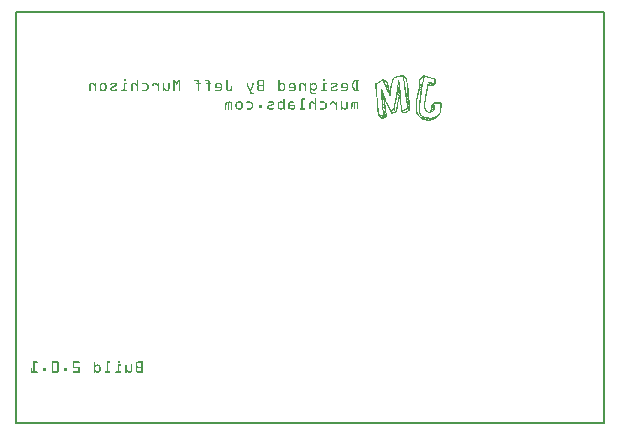
<source format=gbo>
G04 MADE WITH FRITZING*
G04 WWW.FRITZING.ORG*
G04 DOUBLE SIDED*
G04 HOLES PLATED*
G04 CONTOUR ON CENTER OF CONTOUR VECTOR*
%ASAXBY*%
%FSLAX23Y23*%
%MOIN*%
%OFA0B0*%
%SFA1.0B1.0*%
%ADD10R,1.968500X1.379610X1.952500X1.363610*%
%ADD11C,0.008000*%
%ADD12R,0.001000X0.001000*%
%LNSILK0*%
G90*
G70*
G54D11*
X4Y1376D02*
X1965Y1376D01*
X1965Y4D01*
X4Y4D01*
X4Y1376D01*
D02*
G36*
X1296Y1164D02*
X1296Y1163D01*
X1298Y1163D01*
X1298Y1162D01*
X1299Y1162D01*
X1299Y1162D01*
X1299Y1162D01*
X1299Y1161D01*
X1300Y1161D01*
X1300Y1161D01*
X1300Y1161D01*
X1300Y1160D01*
X1301Y1160D01*
X1301Y1159D01*
X1302Y1159D01*
X1302Y1159D01*
X1281Y1159D01*
X1281Y1158D01*
X1277Y1158D01*
X1277Y1158D01*
X1274Y1158D01*
X1274Y1157D01*
X1272Y1157D01*
X1272Y1156D01*
X1270Y1156D01*
X1270Y1156D01*
X1268Y1156D01*
X1268Y1155D01*
X1267Y1155D01*
X1267Y1155D01*
X1266Y1155D01*
X1266Y1154D01*
X1265Y1154D01*
X1265Y1154D01*
X1265Y1154D01*
X1265Y1152D01*
X1264Y1152D01*
X1264Y1152D01*
X1264Y1152D01*
X1264Y1151D01*
X1263Y1151D01*
X1263Y1149D01*
X1263Y1149D01*
X1263Y1148D01*
X1262Y1148D01*
X1262Y1146D01*
X1261Y1146D01*
X1261Y1145D01*
X1261Y1145D01*
X1261Y1143D01*
X1260Y1143D01*
X1260Y1140D01*
X1260Y1140D01*
X1260Y1139D01*
X1259Y1139D01*
X1259Y1136D01*
X1258Y1136D01*
X1258Y1133D01*
X1258Y1133D01*
X1258Y1130D01*
X1257Y1130D01*
X1257Y1127D01*
X1257Y1127D01*
X1257Y1125D01*
X1256Y1125D01*
X1256Y1121D01*
X1255Y1121D01*
X1255Y1117D01*
X1255Y1117D01*
X1255Y1116D01*
X1251Y1116D01*
X1251Y1119D01*
X1251Y1119D01*
X1251Y1122D01*
X1252Y1122D01*
X1252Y1126D01*
X1252Y1126D01*
X1252Y1129D01*
X1253Y1129D01*
X1253Y1131D01*
X1254Y1131D01*
X1254Y1134D01*
X1254Y1134D01*
X1254Y1136D01*
X1255Y1136D01*
X1255Y1138D01*
X1255Y1138D01*
X1255Y1140D01*
X1256Y1140D01*
X1256Y1142D01*
X1257Y1142D01*
X1257Y1144D01*
X1257Y1144D01*
X1257Y1146D01*
X1258Y1146D01*
X1258Y1148D01*
X1258Y1148D01*
X1258Y1149D01*
X1259Y1149D01*
X1259Y1151D01*
X1260Y1151D01*
X1260Y1152D01*
X1260Y1152D01*
X1260Y1154D01*
X1261Y1154D01*
X1261Y1155D01*
X1261Y1155D01*
X1261Y1156D01*
X1262Y1156D01*
X1262Y1157D01*
X1263Y1157D01*
X1263Y1158D01*
X1264Y1158D01*
X1264Y1158D01*
X1265Y1158D01*
X1265Y1159D01*
X1267Y1159D01*
X1267Y1159D01*
X1269Y1159D01*
X1269Y1160D01*
X1271Y1160D01*
X1271Y1161D01*
X1273Y1161D01*
X1273Y1161D01*
X1275Y1161D01*
X1275Y1162D01*
X1277Y1162D01*
X1277Y1162D01*
X1280Y1162D01*
X1280Y1163D01*
X1283Y1163D01*
X1283Y1164D01*
X1296Y1164D01*
G37*
D02*
G36*
X1303Y1159D02*
X1303Y1158D01*
X1303Y1158D01*
X1303Y1158D01*
X1304Y1158D01*
X1304Y1157D01*
X1305Y1157D01*
X1305Y1156D01*
X1298Y1156D01*
X1298Y1154D01*
X1299Y1154D01*
X1299Y1150D01*
X1299Y1150D01*
X1299Y1146D01*
X1300Y1146D01*
X1300Y1142D01*
X1300Y1142D01*
X1300Y1139D01*
X1301Y1139D01*
X1301Y1135D01*
X1302Y1135D01*
X1302Y1132D01*
X1302Y1132D01*
X1302Y1125D01*
X1303Y1125D01*
X1303Y1119D01*
X1303Y1119D01*
X1303Y1113D01*
X1304Y1113D01*
X1304Y1109D01*
X1305Y1109D01*
X1305Y1106D01*
X1305Y1106D01*
X1305Y1104D01*
X1301Y1104D01*
X1301Y1107D01*
X1300Y1107D01*
X1300Y1112D01*
X1300Y1112D01*
X1300Y1116D01*
X1299Y1116D01*
X1299Y1121D01*
X1299Y1121D01*
X1299Y1126D01*
X1298Y1126D01*
X1298Y1130D01*
X1297Y1130D01*
X1297Y1135D01*
X1297Y1135D01*
X1297Y1138D01*
X1296Y1138D01*
X1296Y1142D01*
X1296Y1142D01*
X1296Y1146D01*
X1295Y1146D01*
X1295Y1149D01*
X1294Y1149D01*
X1294Y1152D01*
X1294Y1152D01*
X1294Y1155D01*
X1293Y1155D01*
X1293Y1157D01*
X1293Y1157D01*
X1293Y1159D01*
X1303Y1159D01*
G37*
D02*
G36*
X1305Y1156D02*
X1305Y1155D01*
X1306Y1155D01*
X1306Y1154D01*
X1306Y1154D01*
X1306Y1152D01*
X1307Y1152D01*
X1307Y1151D01*
X1307Y1151D01*
X1307Y1148D01*
X1308Y1148D01*
X1308Y1146D01*
X1309Y1146D01*
X1309Y1143D01*
X1309Y1143D01*
X1309Y1140D01*
X1310Y1140D01*
X1310Y1137D01*
X1310Y1137D01*
X1310Y1133D01*
X1311Y1133D01*
X1311Y1129D01*
X1312Y1129D01*
X1312Y1126D01*
X1312Y1126D01*
X1312Y1121D01*
X1313Y1121D01*
X1313Y1117D01*
X1313Y1117D01*
X1313Y1116D01*
X1313Y1116D01*
X1313Y1106D01*
X1313Y1106D01*
X1313Y1104D01*
X1309Y1104D01*
X1309Y1116D01*
X1308Y1116D01*
X1308Y1125D01*
X1307Y1125D01*
X1307Y1130D01*
X1307Y1130D01*
X1307Y1135D01*
X1306Y1135D01*
X1306Y1139D01*
X1306Y1139D01*
X1306Y1142D01*
X1305Y1142D01*
X1305Y1144D01*
X1305Y1144D01*
X1305Y1146D01*
X1304Y1146D01*
X1304Y1148D01*
X1303Y1148D01*
X1303Y1150D01*
X1303Y1150D01*
X1303Y1151D01*
X1302Y1151D01*
X1302Y1152D01*
X1302Y1152D01*
X1302Y1154D01*
X1301Y1154D01*
X1301Y1155D01*
X1300Y1155D01*
X1300Y1155D01*
X1300Y1155D01*
X1300Y1156D01*
X1299Y1156D01*
X1299Y1156D01*
X1305Y1156D01*
G37*
D02*
G36*
X1229Y1152D02*
X1229Y1151D01*
X1230Y1151D01*
X1230Y1151D01*
X1231Y1151D01*
X1231Y1150D01*
X1232Y1150D01*
X1232Y1149D01*
X1233Y1149D01*
X1233Y1149D01*
X1234Y1149D01*
X1234Y1148D01*
X1235Y1148D01*
X1235Y1148D01*
X1236Y1148D01*
X1236Y1147D01*
X1237Y1147D01*
X1237Y1146D01*
X1226Y1146D01*
X1226Y1146D01*
X1225Y1146D01*
X1225Y1145D01*
X1224Y1145D01*
X1224Y1145D01*
X1223Y1145D01*
X1223Y1144D01*
X1222Y1144D01*
X1222Y1143D01*
X1221Y1143D01*
X1221Y1143D01*
X1221Y1143D01*
X1221Y1142D01*
X1219Y1142D01*
X1219Y1142D01*
X1218Y1142D01*
X1218Y1141D01*
X1218Y1141D01*
X1218Y1140D01*
X1216Y1140D01*
X1216Y1140D01*
X1216Y1140D01*
X1216Y1139D01*
X1215Y1139D01*
X1215Y1139D01*
X1213Y1139D01*
X1213Y1138D01*
X1213Y1138D01*
X1213Y1138D01*
X1212Y1138D01*
X1212Y1137D01*
X1210Y1137D01*
X1210Y1136D01*
X1209Y1136D01*
X1209Y1136D01*
X1209Y1136D01*
X1209Y1135D01*
X1208Y1135D01*
X1208Y1135D01*
X1207Y1135D01*
X1207Y1133D01*
X1206Y1133D01*
X1206Y1122D01*
X1207Y1122D01*
X1207Y1113D01*
X1208Y1113D01*
X1208Y1106D01*
X1208Y1106D01*
X1208Y1100D01*
X1209Y1100D01*
X1209Y1095D01*
X1209Y1095D01*
X1209Y1090D01*
X1210Y1090D01*
X1210Y1085D01*
X1210Y1085D01*
X1210Y1081D01*
X1211Y1081D01*
X1211Y1076D01*
X1212Y1076D01*
X1212Y1072D01*
X1212Y1072D01*
X1212Y1056D01*
X1213Y1056D01*
X1213Y1046D01*
X1213Y1046D01*
X1213Y1042D01*
X1214Y1042D01*
X1214Y1038D01*
X1215Y1038D01*
X1215Y1036D01*
X1215Y1036D01*
X1215Y1034D01*
X1216Y1034D01*
X1216Y1033D01*
X1216Y1033D01*
X1216Y1032D01*
X1212Y1032D01*
X1212Y1033D01*
X1211Y1033D01*
X1211Y1035D01*
X1210Y1035D01*
X1210Y1038D01*
X1210Y1038D01*
X1210Y1042D01*
X1209Y1042D01*
X1209Y1047D01*
X1209Y1047D01*
X1209Y1056D01*
X1208Y1056D01*
X1208Y1074D01*
X1208Y1074D01*
X1208Y1079D01*
X1207Y1079D01*
X1207Y1084D01*
X1206Y1084D01*
X1206Y1088D01*
X1206Y1088D01*
X1206Y1093D01*
X1205Y1093D01*
X1205Y1098D01*
X1205Y1098D01*
X1205Y1103D01*
X1204Y1103D01*
X1204Y1109D01*
X1203Y1109D01*
X1203Y1114D01*
X1203Y1114D01*
X1203Y1119D01*
X1202Y1119D01*
X1202Y1125D01*
X1202Y1125D01*
X1202Y1131D01*
X1201Y1131D01*
X1201Y1138D01*
X1203Y1138D01*
X1203Y1139D01*
X1206Y1139D01*
X1206Y1139D01*
X1208Y1139D01*
X1208Y1140D01*
X1209Y1140D01*
X1209Y1140D01*
X1210Y1140D01*
X1210Y1141D01*
X1211Y1141D01*
X1211Y1142D01*
X1212Y1142D01*
X1212Y1142D01*
X1213Y1142D01*
X1213Y1143D01*
X1213Y1143D01*
X1213Y1143D01*
X1215Y1143D01*
X1215Y1144D01*
X1215Y1144D01*
X1215Y1145D01*
X1216Y1145D01*
X1216Y1145D01*
X1217Y1145D01*
X1217Y1146D01*
X1218Y1146D01*
X1218Y1146D01*
X1219Y1146D01*
X1219Y1147D01*
X1220Y1147D01*
X1220Y1148D01*
X1221Y1148D01*
X1221Y1148D01*
X1222Y1148D01*
X1222Y1149D01*
X1223Y1149D01*
X1223Y1149D01*
X1223Y1149D01*
X1223Y1150D01*
X1225Y1150D01*
X1225Y1151D01*
X1226Y1151D01*
X1226Y1151D01*
X1227Y1151D01*
X1227Y1152D01*
X1229Y1152D01*
G37*
D02*
G36*
X1280Y1148D02*
X1280Y1148D01*
X1281Y1148D01*
X1281Y1146D01*
X1281Y1146D01*
X1281Y1145D01*
X1282Y1145D01*
X1282Y1143D01*
X1283Y1143D01*
X1283Y1140D01*
X1283Y1140D01*
X1283Y1137D01*
X1284Y1137D01*
X1284Y1133D01*
X1284Y1133D01*
X1284Y1132D01*
X1279Y1132D01*
X1279Y1126D01*
X1280Y1126D01*
X1280Y1126D01*
X1274Y1126D01*
X1274Y1126D01*
X1275Y1126D01*
X1275Y1131D01*
X1276Y1131D01*
X1276Y1135D01*
X1276Y1135D01*
X1276Y1140D01*
X1277Y1140D01*
X1277Y1144D01*
X1277Y1144D01*
X1277Y1148D01*
X1278Y1148D01*
X1278Y1148D01*
X1280Y1148D01*
G37*
D02*
G36*
X1238Y1146D02*
X1238Y1146D01*
X1239Y1146D01*
X1239Y1145D01*
X1241Y1145D01*
X1241Y1145D01*
X1241Y1145D01*
X1241Y1144D01*
X1233Y1144D01*
X1233Y1142D01*
X1234Y1142D01*
X1234Y1140D01*
X1234Y1140D01*
X1234Y1139D01*
X1235Y1139D01*
X1235Y1138D01*
X1235Y1138D01*
X1235Y1137D01*
X1236Y1137D01*
X1236Y1136D01*
X1236Y1136D01*
X1236Y1135D01*
X1237Y1135D01*
X1237Y1134D01*
X1238Y1134D01*
X1238Y1133D01*
X1238Y1133D01*
X1238Y1133D01*
X1239Y1133D01*
X1239Y1132D01*
X1233Y1132D01*
X1233Y1133D01*
X1232Y1133D01*
X1232Y1135D01*
X1232Y1135D01*
X1232Y1136D01*
X1231Y1136D01*
X1231Y1138D01*
X1231Y1138D01*
X1231Y1139D01*
X1230Y1139D01*
X1230Y1140D01*
X1229Y1140D01*
X1229Y1142D01*
X1229Y1142D01*
X1229Y1143D01*
X1228Y1143D01*
X1228Y1145D01*
X1228Y1145D01*
X1228Y1146D01*
X1227Y1146D01*
X1227Y1146D01*
X1238Y1146D01*
G37*
D02*
G36*
X1242Y1144D02*
X1242Y1143D01*
X1242Y1143D01*
X1242Y1142D01*
X1243Y1142D01*
X1243Y1140D01*
X1244Y1140D01*
X1244Y1139D01*
X1244Y1139D01*
X1244Y1137D01*
X1245Y1137D01*
X1245Y1135D01*
X1245Y1135D01*
X1245Y1133D01*
X1246Y1133D01*
X1246Y1132D01*
X1241Y1132D01*
X1241Y1138D01*
X1240Y1138D01*
X1240Y1139D01*
X1239Y1139D01*
X1239Y1140D01*
X1239Y1140D01*
X1239Y1141D01*
X1238Y1141D01*
X1238Y1142D01*
X1238Y1142D01*
X1238Y1142D01*
X1237Y1142D01*
X1237Y1143D01*
X1236Y1143D01*
X1236Y1143D01*
X1235Y1143D01*
X1235Y1144D01*
X1242Y1144D01*
G37*
D02*
G36*
X1246Y1132D02*
X1246Y1132D01*
X1234Y1132D01*
X1234Y1132D01*
X1246Y1132D01*
G37*
D02*
G36*
X1246Y1132D02*
X1246Y1132D01*
X1234Y1132D01*
X1234Y1132D01*
X1246Y1132D01*
G37*
D02*
G36*
X1284Y1132D02*
X1284Y1126D01*
X1281Y1126D01*
X1281Y1129D01*
X1280Y1129D01*
X1280Y1132D01*
X1284Y1132D01*
G37*
D02*
G36*
X1246Y1132D02*
X1246Y1131D01*
X1247Y1131D01*
X1247Y1128D01*
X1247Y1128D01*
X1247Y1126D01*
X1248Y1126D01*
X1248Y1123D01*
X1248Y1123D01*
X1248Y1121D01*
X1242Y1121D01*
X1242Y1120D01*
X1243Y1120D01*
X1243Y1119D01*
X1244Y1119D01*
X1244Y1119D01*
X1239Y1119D01*
X1239Y1120D01*
X1238Y1120D01*
X1238Y1121D01*
X1238Y1121D01*
X1238Y1122D01*
X1237Y1122D01*
X1237Y1124D01*
X1236Y1124D01*
X1236Y1125D01*
X1236Y1125D01*
X1236Y1126D01*
X1235Y1126D01*
X1235Y1128D01*
X1235Y1128D01*
X1235Y1129D01*
X1234Y1129D01*
X1234Y1130D01*
X1234Y1130D01*
X1234Y1132D01*
X1246Y1132D01*
G37*
D02*
G36*
X1284Y1126D02*
X1284Y1125D01*
X1274Y1125D01*
X1274Y1126D01*
X1284Y1126D01*
G37*
D02*
G36*
X1284Y1126D02*
X1284Y1125D01*
X1274Y1125D01*
X1274Y1126D01*
X1284Y1126D01*
G37*
D02*
G36*
X1285Y1125D02*
X1285Y1117D01*
X1286Y1117D01*
X1286Y1114D01*
X1277Y1114D01*
X1277Y1112D01*
X1273Y1112D01*
X1273Y1113D01*
X1273Y1113D01*
X1273Y1117D01*
X1274Y1117D01*
X1274Y1122D01*
X1274Y1122D01*
X1274Y1125D01*
X1285Y1125D01*
G37*
D02*
G36*
X1248Y1121D02*
X1248Y1120D01*
X1249Y1120D01*
X1249Y1119D01*
X1244Y1119D01*
X1244Y1121D01*
X1248Y1121D01*
G37*
D02*
G36*
X1225Y1119D02*
X1225Y1117D01*
X1225Y1117D01*
X1225Y1116D01*
X1226Y1116D01*
X1226Y1114D01*
X1226Y1114D01*
X1226Y1113D01*
X1227Y1113D01*
X1227Y1111D01*
X1228Y1111D01*
X1228Y1109D01*
X1228Y1109D01*
X1228Y1108D01*
X1229Y1108D01*
X1229Y1106D01*
X1229Y1106D01*
X1229Y1104D01*
X1230Y1104D01*
X1230Y1103D01*
X1231Y1103D01*
X1231Y1102D01*
X1226Y1102D01*
X1226Y1095D01*
X1226Y1095D01*
X1226Y1084D01*
X1227Y1084D01*
X1227Y1072D01*
X1228Y1072D01*
X1228Y1068D01*
X1229Y1068D01*
X1229Y1068D01*
X1223Y1068D01*
X1223Y1074D01*
X1223Y1074D01*
X1223Y1083D01*
X1222Y1083D01*
X1222Y1091D01*
X1222Y1091D01*
X1222Y1098D01*
X1221Y1098D01*
X1221Y1105D01*
X1221Y1105D01*
X1221Y1110D01*
X1220Y1110D01*
X1220Y1113D01*
X1221Y1113D01*
X1221Y1116D01*
X1221Y1116D01*
X1221Y1117D01*
X1222Y1117D01*
X1222Y1119D01*
X1222Y1119D01*
X1222Y1119D01*
X1225Y1119D01*
G37*
D02*
G36*
X1249Y1119D02*
X1249Y1118D01*
X1239Y1118D01*
X1239Y1119D01*
X1249Y1119D01*
G37*
D02*
G36*
X1249Y1119D02*
X1249Y1118D01*
X1239Y1118D01*
X1239Y1119D01*
X1249Y1119D01*
G37*
D02*
G36*
X1249Y1118D02*
X1249Y1117D01*
X1250Y1117D01*
X1250Y1116D01*
X1240Y1116D01*
X1240Y1117D01*
X1239Y1117D01*
X1239Y1118D01*
X1249Y1118D01*
G37*
D02*
G36*
X1255Y1116D02*
X1255Y1115D01*
X1241Y1115D01*
X1241Y1116D01*
X1255Y1116D01*
G37*
D02*
G36*
X1255Y1116D02*
X1255Y1115D01*
X1241Y1115D01*
X1241Y1116D01*
X1255Y1116D01*
G37*
D02*
G36*
X1255Y1115D02*
X1255Y1113D01*
X1254Y1113D01*
X1254Y1109D01*
X1254Y1109D01*
X1254Y1104D01*
X1253Y1104D01*
X1253Y1094D01*
X1250Y1094D01*
X1250Y1095D01*
X1250Y1095D01*
X1250Y1096D01*
X1249Y1096D01*
X1249Y1097D01*
X1248Y1097D01*
X1248Y1098D01*
X1248Y1098D01*
X1248Y1100D01*
X1247Y1100D01*
X1247Y1101D01*
X1247Y1101D01*
X1247Y1103D01*
X1246Y1103D01*
X1246Y1104D01*
X1245Y1104D01*
X1245Y1105D01*
X1245Y1105D01*
X1245Y1106D01*
X1244Y1106D01*
X1244Y1108D01*
X1244Y1108D01*
X1244Y1109D01*
X1243Y1109D01*
X1243Y1110D01*
X1242Y1110D01*
X1242Y1112D01*
X1242Y1112D01*
X1242Y1113D01*
X1241Y1113D01*
X1241Y1114D01*
X1241Y1114D01*
X1241Y1115D01*
X1255Y1115D01*
G37*
D02*
G36*
X1286Y1114D02*
X1286Y1112D01*
X1278Y1112D01*
X1278Y1113D01*
X1278Y1113D01*
X1278Y1114D01*
X1286Y1114D01*
G37*
D02*
G36*
X1286Y1112D02*
X1286Y1112D01*
X1273Y1112D01*
X1273Y1112D01*
X1286Y1112D01*
G37*
D02*
G36*
X1286Y1112D02*
X1286Y1112D01*
X1273Y1112D01*
X1273Y1112D01*
X1286Y1112D01*
G37*
D02*
G36*
X1286Y1112D02*
X1286Y1110D01*
X1286Y1110D01*
X1286Y1108D01*
X1277Y1108D01*
X1277Y1107D01*
X1276Y1107D01*
X1276Y1103D01*
X1276Y1103D01*
X1276Y1103D01*
X1277Y1103D01*
X1277Y1102D01*
X1278Y1102D01*
X1278Y1101D01*
X1280Y1101D01*
X1280Y1101D01*
X1280Y1101D01*
X1280Y1100D01*
X1281Y1100D01*
X1281Y1100D01*
X1271Y1100D01*
X1271Y1104D01*
X1272Y1104D01*
X1272Y1109D01*
X1273Y1109D01*
X1273Y1112D01*
X1286Y1112D01*
G37*
D02*
G36*
X1286Y1108D02*
X1286Y1102D01*
X1287Y1102D01*
X1287Y1100D01*
X1283Y1100D01*
X1283Y1101D01*
X1282Y1101D01*
X1282Y1101D01*
X1281Y1101D01*
X1281Y1102D01*
X1281Y1102D01*
X1281Y1103D01*
X1280Y1103D01*
X1280Y1104D01*
X1280Y1104D01*
X1280Y1104D01*
X1279Y1104D01*
X1279Y1106D01*
X1278Y1106D01*
X1278Y1106D01*
X1278Y1106D01*
X1278Y1107D01*
X1277Y1107D01*
X1277Y1108D01*
X1286Y1108D01*
G37*
D02*
G36*
X1313Y1104D02*
X1313Y1104D01*
X1301Y1104D01*
X1301Y1104D01*
X1313Y1104D01*
G37*
D02*
G36*
X1313Y1104D02*
X1313Y1104D01*
X1301Y1104D01*
X1301Y1104D01*
X1313Y1104D01*
G37*
D02*
G36*
X1313Y1104D02*
X1313Y1098D01*
X1307Y1098D01*
X1307Y1097D01*
X1308Y1097D01*
X1308Y1097D01*
X1302Y1097D01*
X1302Y1101D01*
X1301Y1101D01*
X1301Y1104D01*
X1313Y1104D01*
G37*
D02*
G36*
X1231Y1102D02*
X1231Y1101D01*
X1231Y1101D01*
X1231Y1100D01*
X1232Y1100D01*
X1232Y1098D01*
X1232Y1098D01*
X1232Y1096D01*
X1233Y1096D01*
X1233Y1095D01*
X1234Y1095D01*
X1234Y1093D01*
X1234Y1093D01*
X1234Y1091D01*
X1235Y1091D01*
X1235Y1090D01*
X1235Y1090D01*
X1235Y1088D01*
X1236Y1088D01*
X1236Y1087D01*
X1236Y1087D01*
X1236Y1085D01*
X1237Y1085D01*
X1237Y1083D01*
X1238Y1083D01*
X1238Y1082D01*
X1238Y1082D01*
X1238Y1080D01*
X1239Y1080D01*
X1239Y1079D01*
X1234Y1079D01*
X1234Y1074D01*
X1235Y1074D01*
X1235Y1070D01*
X1235Y1070D01*
X1235Y1068D01*
X1231Y1068D01*
X1231Y1072D01*
X1231Y1072D01*
X1231Y1077D01*
X1230Y1077D01*
X1230Y1082D01*
X1229Y1082D01*
X1229Y1087D01*
X1229Y1087D01*
X1229Y1092D01*
X1229Y1092D01*
X1229Y1094D01*
X1229Y1094D01*
X1229Y1095D01*
X1228Y1095D01*
X1228Y1097D01*
X1228Y1097D01*
X1228Y1099D01*
X1227Y1099D01*
X1227Y1102D01*
X1231Y1102D01*
G37*
D02*
G36*
X1287Y1100D02*
X1287Y1099D01*
X1271Y1099D01*
X1271Y1100D01*
X1287Y1100D01*
G37*
D02*
G36*
X1287Y1100D02*
X1287Y1099D01*
X1271Y1099D01*
X1271Y1100D01*
X1287Y1100D01*
G37*
D02*
G36*
X1287Y1099D02*
X1287Y1094D01*
X1287Y1094D01*
X1287Y1087D01*
X1282Y1087D01*
X1282Y1086D01*
X1281Y1086D01*
X1281Y1083D01*
X1281Y1083D01*
X1281Y1080D01*
X1280Y1080D01*
X1280Y1077D01*
X1280Y1077D01*
X1280Y1074D01*
X1279Y1074D01*
X1279Y1071D01*
X1278Y1071D01*
X1278Y1068D01*
X1278Y1068D01*
X1278Y1065D01*
X1277Y1065D01*
X1277Y1062D01*
X1277Y1062D01*
X1277Y1059D01*
X1276Y1059D01*
X1276Y1056D01*
X1276Y1056D01*
X1276Y1052D01*
X1275Y1052D01*
X1275Y1049D01*
X1274Y1049D01*
X1274Y1046D01*
X1270Y1046D01*
X1270Y1049D01*
X1271Y1049D01*
X1271Y1052D01*
X1271Y1052D01*
X1271Y1055D01*
X1272Y1055D01*
X1272Y1058D01*
X1273Y1058D01*
X1273Y1062D01*
X1273Y1062D01*
X1273Y1065D01*
X1274Y1065D01*
X1274Y1068D01*
X1274Y1068D01*
X1274Y1071D01*
X1275Y1071D01*
X1275Y1074D01*
X1276Y1074D01*
X1276Y1077D01*
X1276Y1077D01*
X1276Y1080D01*
X1277Y1080D01*
X1277Y1083D01*
X1277Y1083D01*
X1277Y1085D01*
X1278Y1085D01*
X1278Y1087D01*
X1278Y1087D01*
X1278Y1090D01*
X1279Y1090D01*
X1279Y1091D01*
X1280Y1091D01*
X1280Y1096D01*
X1279Y1096D01*
X1279Y1097D01*
X1278Y1097D01*
X1278Y1097D01*
X1278Y1097D01*
X1278Y1098D01*
X1277Y1098D01*
X1277Y1098D01*
X1276Y1098D01*
X1276Y1099D01*
X1287Y1099D01*
G37*
D02*
G36*
X1275Y1099D02*
X1275Y1095D01*
X1274Y1095D01*
X1274Y1091D01*
X1274Y1091D01*
X1274Y1088D01*
X1273Y1088D01*
X1273Y1085D01*
X1273Y1085D01*
X1273Y1082D01*
X1272Y1082D01*
X1272Y1080D01*
X1271Y1080D01*
X1271Y1077D01*
X1271Y1077D01*
X1271Y1074D01*
X1270Y1074D01*
X1270Y1072D01*
X1270Y1072D01*
X1270Y1070D01*
X1269Y1070D01*
X1269Y1067D01*
X1268Y1067D01*
X1268Y1064D01*
X1268Y1064D01*
X1268Y1062D01*
X1267Y1062D01*
X1267Y1059D01*
X1267Y1059D01*
X1267Y1055D01*
X1266Y1055D01*
X1266Y1050D01*
X1267Y1050D01*
X1267Y1049D01*
X1257Y1049D01*
X1257Y1050D01*
X1258Y1050D01*
X1258Y1051D01*
X1259Y1051D01*
X1259Y1051D01*
X1260Y1051D01*
X1260Y1052D01*
X1261Y1052D01*
X1261Y1052D01*
X1262Y1052D01*
X1262Y1055D01*
X1263Y1055D01*
X1263Y1059D01*
X1263Y1059D01*
X1263Y1062D01*
X1264Y1062D01*
X1264Y1065D01*
X1264Y1065D01*
X1264Y1067D01*
X1265Y1067D01*
X1265Y1070D01*
X1265Y1070D01*
X1265Y1072D01*
X1266Y1072D01*
X1266Y1075D01*
X1267Y1075D01*
X1267Y1078D01*
X1267Y1078D01*
X1267Y1081D01*
X1268Y1081D01*
X1268Y1083D01*
X1268Y1083D01*
X1268Y1086D01*
X1269Y1086D01*
X1269Y1088D01*
X1270Y1088D01*
X1270Y1091D01*
X1270Y1091D01*
X1270Y1096D01*
X1271Y1096D01*
X1271Y1099D01*
X1275Y1099D01*
G37*
D02*
G36*
X1313Y1098D02*
X1313Y1098D01*
X1314Y1098D01*
X1314Y1097D01*
X1309Y1097D01*
X1309Y1098D01*
X1313Y1098D01*
G37*
D02*
G36*
X1314Y1097D02*
X1314Y1096D01*
X1302Y1096D01*
X1302Y1097D01*
X1314Y1097D01*
G37*
D02*
G36*
X1314Y1097D02*
X1314Y1096D01*
X1302Y1096D01*
X1302Y1097D01*
X1314Y1097D01*
G37*
D02*
G36*
X1314Y1096D02*
X1314Y1093D01*
X1307Y1093D01*
X1307Y1092D01*
X1307Y1092D01*
X1307Y1091D01*
X1308Y1091D01*
X1308Y1090D01*
X1309Y1090D01*
X1309Y1089D01*
X1309Y1089D01*
X1309Y1088D01*
X1303Y1088D01*
X1303Y1091D01*
X1302Y1091D01*
X1302Y1096D01*
X1314Y1096D01*
G37*
D02*
G36*
X1314Y1093D02*
X1314Y1092D01*
X1315Y1092D01*
X1315Y1088D01*
X1310Y1088D01*
X1310Y1091D01*
X1310Y1091D01*
X1310Y1093D01*
X1314Y1093D01*
G37*
D02*
G36*
X1315Y1088D02*
X1315Y1088D01*
X1303Y1088D01*
X1303Y1088D01*
X1315Y1088D01*
G37*
D02*
G36*
X1315Y1088D02*
X1315Y1088D01*
X1303Y1088D01*
X1303Y1088D01*
X1315Y1088D01*
G37*
D02*
G36*
X1315Y1088D02*
X1315Y1086D01*
X1315Y1086D01*
X1315Y1084D01*
X1308Y1084D01*
X1308Y1081D01*
X1309Y1081D01*
X1309Y1080D01*
X1309Y1080D01*
X1309Y1079D01*
X1310Y1079D01*
X1310Y1078D01*
X1310Y1078D01*
X1310Y1077D01*
X1311Y1077D01*
X1311Y1077D01*
X1305Y1077D01*
X1305Y1080D01*
X1304Y1080D01*
X1304Y1084D01*
X1303Y1084D01*
X1303Y1087D01*
X1303Y1087D01*
X1303Y1088D01*
X1315Y1088D01*
G37*
D02*
G36*
X1288Y1087D02*
X1288Y1079D01*
X1289Y1079D01*
X1289Y1071D01*
X1289Y1071D01*
X1289Y1064D01*
X1290Y1064D01*
X1290Y1056D01*
X1290Y1056D01*
X1290Y1049D01*
X1286Y1049D01*
X1286Y1055D01*
X1286Y1055D01*
X1286Y1064D01*
X1285Y1064D01*
X1285Y1071D01*
X1284Y1071D01*
X1284Y1077D01*
X1284Y1077D01*
X1284Y1083D01*
X1283Y1083D01*
X1283Y1085D01*
X1283Y1085D01*
X1283Y1087D01*
X1288Y1087D01*
G37*
D02*
G36*
X1315Y1084D02*
X1315Y1081D01*
X1316Y1081D01*
X1316Y1077D01*
X1312Y1077D01*
X1312Y1077D01*
X1312Y1077D01*
X1312Y1080D01*
X1312Y1080D01*
X1312Y1081D01*
X1311Y1081D01*
X1311Y1082D01*
X1310Y1082D01*
X1310Y1083D01*
X1310Y1083D01*
X1310Y1083D01*
X1309Y1083D01*
X1309Y1084D01*
X1315Y1084D01*
G37*
D02*
G36*
X1239Y1079D02*
X1239Y1077D01*
X1240Y1077D01*
X1240Y1076D01*
X1241Y1076D01*
X1241Y1075D01*
X1241Y1075D01*
X1241Y1074D01*
X1242Y1074D01*
X1242Y1072D01*
X1242Y1072D01*
X1242Y1071D01*
X1243Y1071D01*
X1243Y1070D01*
X1244Y1070D01*
X1244Y1069D01*
X1244Y1069D01*
X1244Y1068D01*
X1245Y1068D01*
X1245Y1067D01*
X1245Y1067D01*
X1245Y1065D01*
X1246Y1065D01*
X1246Y1064D01*
X1247Y1064D01*
X1247Y1063D01*
X1247Y1063D01*
X1247Y1062D01*
X1248Y1062D01*
X1248Y1061D01*
X1248Y1061D01*
X1248Y1060D01*
X1249Y1060D01*
X1249Y1059D01*
X1250Y1059D01*
X1250Y1058D01*
X1250Y1058D01*
X1250Y1056D01*
X1251Y1056D01*
X1251Y1055D01*
X1251Y1055D01*
X1251Y1055D01*
X1252Y1055D01*
X1252Y1054D01*
X1252Y1054D01*
X1252Y1053D01*
X1253Y1053D01*
X1253Y1052D01*
X1254Y1052D01*
X1254Y1051D01*
X1254Y1051D01*
X1254Y1051D01*
X1255Y1051D01*
X1255Y1050D01*
X1255Y1050D01*
X1255Y1049D01*
X1250Y1049D01*
X1250Y1050D01*
X1249Y1050D01*
X1249Y1051D01*
X1248Y1051D01*
X1248Y1052D01*
X1248Y1052D01*
X1248Y1054D01*
X1247Y1054D01*
X1247Y1054D01*
X1247Y1054D01*
X1247Y1055D01*
X1246Y1055D01*
X1246Y1056D01*
X1245Y1056D01*
X1245Y1058D01*
X1245Y1058D01*
X1245Y1059D01*
X1244Y1059D01*
X1244Y1060D01*
X1244Y1060D01*
X1244Y1061D01*
X1243Y1061D01*
X1243Y1062D01*
X1242Y1062D01*
X1242Y1064D01*
X1242Y1064D01*
X1242Y1065D01*
X1241Y1065D01*
X1241Y1066D01*
X1241Y1066D01*
X1241Y1067D01*
X1240Y1067D01*
X1240Y1068D01*
X1239Y1068D01*
X1239Y1070D01*
X1239Y1070D01*
X1239Y1071D01*
X1238Y1071D01*
X1238Y1072D01*
X1238Y1072D01*
X1238Y1073D01*
X1237Y1073D01*
X1237Y1074D01*
X1236Y1074D01*
X1236Y1076D01*
X1236Y1076D01*
X1236Y1077D01*
X1235Y1077D01*
X1235Y1079D01*
X1239Y1079D01*
G37*
D02*
G36*
X1316Y1077D02*
X1316Y1076D01*
X1305Y1076D01*
X1305Y1077D01*
X1316Y1077D01*
G37*
D02*
G36*
X1316Y1077D02*
X1316Y1076D01*
X1305Y1076D01*
X1305Y1077D01*
X1316Y1077D01*
G37*
D02*
G36*
X1316Y1076D02*
X1316Y1073D01*
X1312Y1073D01*
X1312Y1072D01*
X1311Y1072D01*
X1311Y1071D01*
X1306Y1071D01*
X1306Y1072D01*
X1305Y1072D01*
X1305Y1076D01*
X1316Y1076D01*
G37*
D02*
G36*
X1316Y1073D02*
X1316Y1072D01*
X1317Y1072D01*
X1317Y1071D01*
X1313Y1071D01*
X1313Y1071D01*
X1313Y1071D01*
X1313Y1073D01*
X1316Y1073D01*
G37*
D02*
G36*
X1317Y1071D02*
X1317Y1070D01*
X1306Y1070D01*
X1306Y1071D01*
X1317Y1071D01*
G37*
D02*
G36*
X1317Y1071D02*
X1317Y1070D01*
X1306Y1070D01*
X1306Y1071D01*
X1317Y1071D01*
G37*
D02*
G36*
X1317Y1070D02*
X1317Y1068D01*
X1318Y1068D01*
X1318Y1067D01*
X1310Y1067D01*
X1310Y1065D01*
X1310Y1065D01*
X1310Y1064D01*
X1311Y1064D01*
X1311Y1062D01*
X1312Y1062D01*
X1312Y1062D01*
X1312Y1062D01*
X1312Y1061D01*
X1313Y1061D01*
X1313Y1061D01*
X1313Y1061D01*
X1313Y1060D01*
X1307Y1060D01*
X1307Y1062D01*
X1306Y1062D01*
X1306Y1068D01*
X1306Y1068D01*
X1306Y1070D01*
X1317Y1070D01*
G37*
D02*
G36*
X1235Y1068D02*
X1235Y1067D01*
X1223Y1067D01*
X1223Y1068D01*
X1235Y1068D01*
G37*
D02*
G36*
X1235Y1068D02*
X1235Y1067D01*
X1223Y1067D01*
X1223Y1068D01*
X1235Y1068D01*
G37*
D02*
G36*
X1236Y1067D02*
X1236Y1065D01*
X1236Y1065D01*
X1236Y1064D01*
X1228Y1064D01*
X1228Y1062D01*
X1228Y1062D01*
X1228Y1061D01*
X1229Y1061D01*
X1229Y1060D01*
X1231Y1060D01*
X1231Y1059D01*
X1224Y1059D01*
X1224Y1065D01*
X1223Y1065D01*
X1223Y1067D01*
X1236Y1067D01*
G37*
D02*
G36*
X1318Y1067D02*
X1318Y1063D01*
X1318Y1063D01*
X1318Y1060D01*
X1314Y1060D01*
X1314Y1061D01*
X1315Y1061D01*
X1315Y1062D01*
X1314Y1062D01*
X1314Y1063D01*
X1313Y1063D01*
X1313Y1064D01*
X1313Y1064D01*
X1313Y1065D01*
X1312Y1065D01*
X1312Y1065D01*
X1312Y1065D01*
X1312Y1066D01*
X1311Y1066D01*
X1311Y1067D01*
X1318Y1067D01*
G37*
D02*
G36*
X1237Y1064D02*
X1237Y1062D01*
X1236Y1062D01*
X1236Y1061D01*
X1236Y1061D01*
X1236Y1059D01*
X1232Y1059D01*
X1232Y1061D01*
X1232Y1061D01*
X1232Y1062D01*
X1232Y1062D01*
X1232Y1062D01*
X1231Y1062D01*
X1231Y1063D01*
X1231Y1063D01*
X1231Y1064D01*
X1229Y1064D01*
X1229Y1064D01*
X1237Y1064D01*
G37*
D02*
G36*
X1318Y1060D02*
X1318Y1059D01*
X1307Y1059D01*
X1307Y1060D01*
X1318Y1060D01*
G37*
D02*
G36*
X1318Y1060D02*
X1318Y1059D01*
X1307Y1059D01*
X1307Y1060D01*
X1318Y1060D01*
G37*
D02*
G36*
X1318Y1059D02*
X1318Y1059D01*
X1319Y1059D01*
X1319Y1055D01*
X1319Y1055D01*
X1319Y1051D01*
X1309Y1051D01*
X1309Y1050D01*
X1307Y1050D01*
X1307Y1049D01*
X1293Y1049D01*
X1293Y1050D01*
X1296Y1050D01*
X1296Y1051D01*
X1298Y1051D01*
X1298Y1051D01*
X1300Y1051D01*
X1300Y1052D01*
X1302Y1052D01*
X1302Y1052D01*
X1303Y1052D01*
X1303Y1053D01*
X1305Y1053D01*
X1305Y1054D01*
X1306Y1054D01*
X1306Y1055D01*
X1307Y1055D01*
X1307Y1059D01*
X1318Y1059D01*
G37*
D02*
G36*
X1236Y1059D02*
X1236Y1059D01*
X1224Y1059D01*
X1224Y1059D01*
X1236Y1059D01*
G37*
D02*
G36*
X1236Y1059D02*
X1236Y1059D01*
X1224Y1059D01*
X1224Y1059D01*
X1236Y1059D01*
G37*
D02*
G36*
X1236Y1059D02*
X1236Y1056D01*
X1229Y1056D01*
X1229Y1051D01*
X1229Y1051D01*
X1229Y1049D01*
X1230Y1049D01*
X1230Y1048D01*
X1231Y1048D01*
X1231Y1048D01*
X1231Y1048D01*
X1231Y1046D01*
X1232Y1046D01*
X1232Y1046D01*
X1232Y1046D01*
X1232Y1045D01*
X1233Y1045D01*
X1233Y1045D01*
X1234Y1045D01*
X1234Y1044D01*
X1226Y1044D01*
X1226Y1048D01*
X1225Y1048D01*
X1225Y1051D01*
X1225Y1051D01*
X1225Y1056D01*
X1224Y1056D01*
X1224Y1059D01*
X1236Y1059D01*
G37*
D02*
G36*
X1236Y1056D02*
X1236Y1055D01*
X1237Y1055D01*
X1237Y1051D01*
X1238Y1051D01*
X1238Y1048D01*
X1238Y1048D01*
X1238Y1045D01*
X1239Y1045D01*
X1239Y1044D01*
X1234Y1044D01*
X1234Y1048D01*
X1234Y1048D01*
X1234Y1051D01*
X1233Y1051D01*
X1233Y1052D01*
X1232Y1052D01*
X1232Y1053D01*
X1232Y1053D01*
X1232Y1054D01*
X1231Y1054D01*
X1231Y1055D01*
X1231Y1055D01*
X1231Y1055D01*
X1230Y1055D01*
X1230Y1056D01*
X1236Y1056D01*
G37*
D02*
G36*
X1319Y1051D02*
X1319Y1049D01*
X1319Y1049D01*
X1319Y1048D01*
X1318Y1048D01*
X1318Y1047D01*
X1317Y1047D01*
X1317Y1046D01*
X1316Y1046D01*
X1316Y1046D01*
X1315Y1046D01*
X1315Y1045D01*
X1314Y1045D01*
X1314Y1045D01*
X1313Y1045D01*
X1313Y1044D01*
X1312Y1044D01*
X1312Y1043D01*
X1311Y1043D01*
X1311Y1043D01*
X1310Y1043D01*
X1310Y1042D01*
X1309Y1042D01*
X1309Y1042D01*
X1300Y1042D01*
X1300Y1042D01*
X1302Y1042D01*
X1302Y1043D01*
X1303Y1043D01*
X1303Y1043D01*
X1305Y1043D01*
X1305Y1044D01*
X1306Y1044D01*
X1306Y1045D01*
X1307Y1045D01*
X1307Y1045D01*
X1307Y1045D01*
X1307Y1046D01*
X1309Y1046D01*
X1309Y1046D01*
X1309Y1046D01*
X1309Y1047D01*
X1310Y1047D01*
X1310Y1048D01*
X1311Y1048D01*
X1311Y1048D01*
X1312Y1048D01*
X1312Y1049D01*
X1312Y1049D01*
X1312Y1050D01*
X1311Y1050D01*
X1311Y1051D01*
X1319Y1051D01*
G37*
D02*
G36*
X1306Y1049D02*
X1306Y1049D01*
X1286Y1049D01*
X1286Y1049D01*
X1306Y1049D01*
G37*
D02*
G36*
X1306Y1049D02*
X1306Y1049D01*
X1286Y1049D01*
X1286Y1049D01*
X1306Y1049D01*
G37*
D02*
G36*
X1267Y1049D02*
X1267Y1049D01*
X1250Y1049D01*
X1250Y1049D01*
X1267Y1049D01*
G37*
D02*
G36*
X1267Y1049D02*
X1267Y1049D01*
X1250Y1049D01*
X1250Y1049D01*
X1267Y1049D01*
G37*
D02*
G36*
X1304Y1049D02*
X1304Y1048D01*
X1302Y1048D01*
X1302Y1048D01*
X1300Y1048D01*
X1300Y1047D01*
X1298Y1047D01*
X1298Y1046D01*
X1293Y1046D01*
X1293Y1044D01*
X1294Y1044D01*
X1294Y1043D01*
X1295Y1043D01*
X1295Y1043D01*
X1296Y1043D01*
X1296Y1042D01*
X1297Y1042D01*
X1297Y1042D01*
X1290Y1042D01*
X1290Y1042D01*
X1289Y1042D01*
X1289Y1043D01*
X1289Y1043D01*
X1289Y1043D01*
X1288Y1043D01*
X1288Y1044D01*
X1287Y1044D01*
X1287Y1045D01*
X1287Y1045D01*
X1287Y1046D01*
X1286Y1046D01*
X1286Y1049D01*
X1304Y1049D01*
G37*
D02*
G36*
X1267Y1049D02*
X1267Y1048D01*
X1262Y1048D01*
X1262Y1048D01*
X1261Y1048D01*
X1261Y1047D01*
X1259Y1047D01*
X1259Y1046D01*
X1258Y1046D01*
X1258Y1046D01*
X1257Y1046D01*
X1257Y1044D01*
X1258Y1044D01*
X1258Y1041D01*
X1254Y1041D01*
X1254Y1042D01*
X1254Y1042D01*
X1254Y1042D01*
X1253Y1042D01*
X1253Y1043D01*
X1252Y1043D01*
X1252Y1045D01*
X1252Y1045D01*
X1252Y1046D01*
X1251Y1046D01*
X1251Y1047D01*
X1251Y1047D01*
X1251Y1048D01*
X1250Y1048D01*
X1250Y1049D01*
X1267Y1049D01*
G37*
D02*
G36*
X1268Y1048D02*
X1268Y1048D01*
X1268Y1048D01*
X1268Y1047D01*
X1269Y1047D01*
X1269Y1046D01*
X1270Y1046D01*
X1270Y1046D01*
X1265Y1046D01*
X1265Y1046D01*
X1264Y1046D01*
X1264Y1047D01*
X1264Y1047D01*
X1264Y1048D01*
X1263Y1048D01*
X1263Y1048D01*
X1268Y1048D01*
G37*
D02*
G36*
X1274Y1046D02*
X1274Y1045D01*
X1265Y1045D01*
X1265Y1046D01*
X1274Y1046D01*
G37*
D02*
G36*
X1274Y1046D02*
X1274Y1045D01*
X1265Y1045D01*
X1265Y1046D01*
X1274Y1046D01*
G37*
D02*
G36*
X1274Y1045D02*
X1274Y1044D01*
X1274Y1044D01*
X1274Y1042D01*
X1273Y1042D01*
X1273Y1042D01*
X1273Y1042D01*
X1273Y1041D01*
X1261Y1041D01*
X1261Y1042D01*
X1264Y1042D01*
X1264Y1042D01*
X1266Y1042D01*
X1266Y1043D01*
X1267Y1043D01*
X1267Y1043D01*
X1266Y1043D01*
X1266Y1044D01*
X1265Y1044D01*
X1265Y1045D01*
X1274Y1045D01*
G37*
D02*
G36*
X1239Y1044D02*
X1239Y1043D01*
X1226Y1043D01*
X1226Y1044D01*
X1239Y1044D01*
G37*
D02*
G36*
X1239Y1044D02*
X1239Y1043D01*
X1226Y1043D01*
X1226Y1044D01*
X1239Y1044D01*
G37*
D02*
G36*
X1239Y1043D02*
X1239Y1042D01*
X1239Y1042D01*
X1239Y1039D01*
X1234Y1039D01*
X1234Y1038D01*
X1235Y1038D01*
X1235Y1037D01*
X1226Y1037D01*
X1226Y1042D01*
X1226Y1042D01*
X1226Y1043D01*
X1239Y1043D01*
G37*
D02*
G36*
X1308Y1042D02*
X1308Y1041D01*
X1291Y1041D01*
X1291Y1042D01*
X1308Y1042D01*
G37*
D02*
G36*
X1308Y1042D02*
X1308Y1041D01*
X1291Y1041D01*
X1291Y1042D01*
X1308Y1042D01*
G37*
D02*
G36*
X1307Y1041D02*
X1307Y1041D01*
X1306Y1041D01*
X1306Y1040D01*
X1305Y1040D01*
X1305Y1039D01*
X1303Y1039D01*
X1303Y1039D01*
X1302Y1039D01*
X1302Y1038D01*
X1300Y1038D01*
X1300Y1038D01*
X1295Y1038D01*
X1295Y1038D01*
X1294Y1038D01*
X1294Y1039D01*
X1294Y1039D01*
X1294Y1039D01*
X1293Y1039D01*
X1293Y1040D01*
X1292Y1040D01*
X1292Y1041D01*
X1292Y1041D01*
X1292Y1041D01*
X1307Y1041D01*
G37*
D02*
G36*
X1271Y1041D02*
X1271Y1041D01*
X1254Y1041D01*
X1254Y1041D01*
X1271Y1041D01*
G37*
D02*
G36*
X1271Y1041D02*
X1271Y1041D01*
X1254Y1041D01*
X1254Y1041D01*
X1271Y1041D01*
G37*
D02*
G36*
X1270Y1041D02*
X1270Y1040D01*
X1269Y1040D01*
X1269Y1039D01*
X1267Y1039D01*
X1267Y1039D01*
X1265Y1039D01*
X1265Y1038D01*
X1264Y1038D01*
X1264Y1038D01*
X1261Y1038D01*
X1261Y1037D01*
X1259Y1037D01*
X1259Y1036D01*
X1256Y1036D01*
X1256Y1037D01*
X1255Y1037D01*
X1255Y1038D01*
X1255Y1038D01*
X1255Y1038D01*
X1254Y1038D01*
X1254Y1041D01*
X1270Y1041D01*
G37*
D02*
G36*
X1239Y1039D02*
X1239Y1039D01*
X1240Y1039D01*
X1240Y1037D01*
X1236Y1037D01*
X1236Y1039D01*
X1235Y1039D01*
X1235Y1039D01*
X1239Y1039D01*
G37*
D02*
G36*
X1240Y1037D02*
X1240Y1036D01*
X1226Y1036D01*
X1226Y1037D01*
X1240Y1037D01*
G37*
D02*
G36*
X1240Y1037D02*
X1240Y1036D01*
X1226Y1036D01*
X1226Y1037D01*
X1240Y1037D01*
G37*
D02*
G36*
X1240Y1036D02*
X1240Y1036D01*
X1241Y1036D01*
X1241Y1033D01*
X1236Y1033D01*
X1236Y1033D01*
X1235Y1033D01*
X1235Y1032D01*
X1219Y1032D01*
X1219Y1033D01*
X1222Y1033D01*
X1222Y1033D01*
X1226Y1033D01*
X1226Y1034D01*
X1227Y1034D01*
X1227Y1036D01*
X1226Y1036D01*
X1226Y1036D01*
X1240Y1036D01*
G37*
D02*
G36*
X1241Y1033D02*
X1241Y1031D01*
X1238Y1031D01*
X1238Y1033D01*
X1237Y1033D01*
X1237Y1033D01*
X1241Y1033D01*
G37*
D02*
G36*
X1235Y1032D02*
X1235Y1032D01*
X1212Y1032D01*
X1212Y1032D01*
X1235Y1032D01*
G37*
D02*
G36*
X1235Y1032D02*
X1235Y1032D01*
X1212Y1032D01*
X1212Y1032D01*
X1235Y1032D01*
G37*
D02*
G36*
X1236Y1032D02*
X1236Y1031D01*
X1212Y1031D01*
X1212Y1032D01*
X1236Y1032D01*
G37*
D02*
G36*
X1241Y1031D02*
X1241Y1030D01*
X1212Y1030D01*
X1212Y1031D01*
X1241Y1031D01*
G37*
D02*
G36*
X1241Y1031D02*
X1241Y1030D01*
X1212Y1030D01*
X1212Y1031D01*
X1241Y1031D01*
G37*
D02*
G36*
X1242Y1030D02*
X1242Y1029D01*
X1227Y1029D01*
X1227Y1029D01*
X1221Y1029D01*
X1221Y1028D01*
X1221Y1028D01*
X1221Y1027D01*
X1222Y1027D01*
X1222Y1026D01*
X1222Y1026D01*
X1222Y1025D01*
X1223Y1025D01*
X1223Y1024D01*
X1223Y1024D01*
X1223Y1023D01*
X1218Y1023D01*
X1218Y1025D01*
X1217Y1025D01*
X1217Y1025D01*
X1216Y1025D01*
X1216Y1026D01*
X1215Y1026D01*
X1215Y1027D01*
X1214Y1027D01*
X1214Y1028D01*
X1213Y1028D01*
X1213Y1029D01*
X1213Y1029D01*
X1213Y1030D01*
X1212Y1030D01*
X1212Y1030D01*
X1242Y1030D01*
G37*
D02*
G36*
X1242Y1029D02*
X1242Y1028D01*
X1242Y1028D01*
X1242Y1026D01*
X1229Y1026D01*
X1229Y1027D01*
X1229Y1027D01*
X1229Y1028D01*
X1228Y1028D01*
X1228Y1029D01*
X1242Y1029D01*
G37*
D02*
G36*
X1227Y1029D02*
X1227Y1028D01*
X1228Y1028D01*
X1228Y1027D01*
X1228Y1027D01*
X1228Y1026D01*
X1229Y1026D01*
X1229Y1026D01*
X1224Y1026D01*
X1224Y1026D01*
X1223Y1026D01*
X1223Y1028D01*
X1223Y1028D01*
X1223Y1029D01*
X1227Y1029D01*
G37*
D02*
G36*
X1241Y1026D02*
X1241Y1025D01*
X1224Y1025D01*
X1224Y1026D01*
X1241Y1026D01*
G37*
D02*
G36*
X1241Y1026D02*
X1241Y1025D01*
X1224Y1025D01*
X1224Y1026D01*
X1241Y1026D01*
G37*
D02*
G36*
X1241Y1025D02*
X1241Y1025D01*
X1239Y1025D01*
X1239Y1024D01*
X1238Y1024D01*
X1238Y1023D01*
X1225Y1023D01*
X1225Y1025D01*
X1241Y1025D01*
G37*
D02*
G36*
X1237Y1023D02*
X1237Y1023D01*
X1219Y1023D01*
X1219Y1023D01*
X1237Y1023D01*
G37*
D02*
G36*
X1237Y1023D02*
X1237Y1023D01*
X1219Y1023D01*
X1219Y1023D01*
X1237Y1023D01*
G37*
D02*
G36*
X1236Y1023D02*
X1236Y1022D01*
X1234Y1022D01*
X1234Y1022D01*
X1232Y1022D01*
X1232Y1021D01*
X1231Y1021D01*
X1231Y1020D01*
X1228Y1020D01*
X1228Y1020D01*
X1223Y1020D01*
X1223Y1019D01*
X1222Y1019D01*
X1222Y1020D01*
X1221Y1020D01*
X1221Y1020D01*
X1221Y1020D01*
X1221Y1021D01*
X1220Y1021D01*
X1220Y1022D01*
X1219Y1022D01*
X1219Y1023D01*
X1236Y1023D01*
G37*
D02*
G36*
X1364Y1165D02*
X1364Y1165D01*
X1364Y1165D01*
X1364Y1164D01*
X1367Y1164D01*
X1367Y1163D01*
X1369Y1163D01*
X1369Y1162D01*
X1371Y1162D01*
X1371Y1162D01*
X1374Y1162D01*
X1374Y1161D01*
X1376Y1161D01*
X1376Y1161D01*
X1378Y1161D01*
X1378Y1160D01*
X1380Y1160D01*
X1380Y1159D01*
X1382Y1159D01*
X1382Y1159D01*
X1367Y1159D01*
X1367Y1158D01*
X1361Y1158D01*
X1361Y1158D01*
X1360Y1158D01*
X1360Y1157D01*
X1360Y1157D01*
X1360Y1156D01*
X1359Y1156D01*
X1359Y1156D01*
X1358Y1156D01*
X1358Y1155D01*
X1358Y1155D01*
X1358Y1155D01*
X1357Y1155D01*
X1357Y1154D01*
X1357Y1154D01*
X1357Y1154D01*
X1356Y1154D01*
X1356Y1153D01*
X1355Y1153D01*
X1355Y1152D01*
X1355Y1152D01*
X1355Y1152D01*
X1354Y1152D01*
X1354Y1151D01*
X1354Y1151D01*
X1354Y1150D01*
X1353Y1150D01*
X1353Y1149D01*
X1352Y1149D01*
X1352Y1148D01*
X1352Y1148D01*
X1352Y1133D01*
X1347Y1133D01*
X1347Y1136D01*
X1348Y1136D01*
X1348Y1145D01*
X1348Y1145D01*
X1348Y1149D01*
X1349Y1149D01*
X1349Y1151D01*
X1349Y1151D01*
X1349Y1152D01*
X1350Y1152D01*
X1350Y1152D01*
X1351Y1152D01*
X1351Y1154D01*
X1351Y1154D01*
X1351Y1154D01*
X1352Y1154D01*
X1352Y1155D01*
X1352Y1155D01*
X1352Y1156D01*
X1353Y1156D01*
X1353Y1156D01*
X1354Y1156D01*
X1354Y1157D01*
X1354Y1157D01*
X1354Y1158D01*
X1355Y1158D01*
X1355Y1158D01*
X1355Y1158D01*
X1355Y1159D01*
X1356Y1159D01*
X1356Y1159D01*
X1357Y1159D01*
X1357Y1160D01*
X1357Y1160D01*
X1357Y1161D01*
X1358Y1161D01*
X1358Y1161D01*
X1358Y1161D01*
X1358Y1162D01*
X1359Y1162D01*
X1359Y1162D01*
X1360Y1162D01*
X1360Y1163D01*
X1360Y1163D01*
X1360Y1164D01*
X1361Y1164D01*
X1361Y1164D01*
X1361Y1164D01*
X1361Y1165D01*
X1362Y1165D01*
X1362Y1165D01*
X1364Y1165D01*
G37*
D02*
G36*
X1384Y1159D02*
X1384Y1158D01*
X1386Y1158D01*
X1386Y1158D01*
X1388Y1158D01*
X1388Y1157D01*
X1390Y1157D01*
X1390Y1156D01*
X1391Y1156D01*
X1391Y1156D01*
X1393Y1156D01*
X1393Y1155D01*
X1395Y1155D01*
X1395Y1155D01*
X1397Y1155D01*
X1397Y1154D01*
X1399Y1154D01*
X1399Y1154D01*
X1400Y1154D01*
X1400Y1153D01*
X1401Y1153D01*
X1401Y1152D01*
X1402Y1152D01*
X1402Y1152D01*
X1403Y1152D01*
X1403Y1151D01*
X1404Y1151D01*
X1404Y1151D01*
X1403Y1151D01*
X1403Y1148D01*
X1403Y1148D01*
X1403Y1146D01*
X1402Y1146D01*
X1402Y1146D01*
X1403Y1146D01*
X1403Y1140D01*
X1403Y1140D01*
X1403Y1139D01*
X1399Y1139D01*
X1399Y1139D01*
X1399Y1139D01*
X1399Y1145D01*
X1398Y1145D01*
X1398Y1146D01*
X1399Y1146D01*
X1399Y1149D01*
X1399Y1149D01*
X1399Y1150D01*
X1398Y1150D01*
X1398Y1151D01*
X1396Y1151D01*
X1396Y1151D01*
X1394Y1151D01*
X1394Y1152D01*
X1391Y1152D01*
X1391Y1152D01*
X1390Y1152D01*
X1390Y1153D01*
X1387Y1153D01*
X1387Y1154D01*
X1385Y1154D01*
X1385Y1154D01*
X1383Y1154D01*
X1383Y1155D01*
X1381Y1155D01*
X1381Y1155D01*
X1379Y1155D01*
X1379Y1156D01*
X1377Y1156D01*
X1377Y1156D01*
X1374Y1156D01*
X1374Y1157D01*
X1373Y1157D01*
X1373Y1158D01*
X1370Y1158D01*
X1370Y1158D01*
X1368Y1158D01*
X1368Y1159D01*
X1384Y1159D01*
G37*
D02*
G36*
X1367Y1158D02*
X1367Y1158D01*
X1366Y1158D01*
X1366Y1155D01*
X1365Y1155D01*
X1365Y1151D01*
X1365Y1151D01*
X1365Y1149D01*
X1364Y1149D01*
X1364Y1146D01*
X1364Y1146D01*
X1364Y1145D01*
X1363Y1145D01*
X1363Y1143D01*
X1362Y1143D01*
X1362Y1140D01*
X1362Y1140D01*
X1362Y1138D01*
X1361Y1138D01*
X1361Y1135D01*
X1361Y1135D01*
X1361Y1133D01*
X1352Y1133D01*
X1352Y1134D01*
X1354Y1134D01*
X1354Y1135D01*
X1355Y1135D01*
X1355Y1135D01*
X1355Y1135D01*
X1355Y1136D01*
X1357Y1136D01*
X1357Y1136D01*
X1357Y1136D01*
X1357Y1138D01*
X1358Y1138D01*
X1358Y1139D01*
X1358Y1139D01*
X1358Y1140D01*
X1359Y1140D01*
X1359Y1143D01*
X1360Y1143D01*
X1360Y1146D01*
X1360Y1146D01*
X1360Y1149D01*
X1361Y1149D01*
X1361Y1152D01*
X1361Y1152D01*
X1361Y1158D01*
X1367Y1158D01*
G37*
D02*
G36*
X1383Y1143D02*
X1383Y1143D01*
X1386Y1143D01*
X1386Y1142D01*
X1388Y1142D01*
X1388Y1142D01*
X1390Y1142D01*
X1390Y1141D01*
X1392Y1141D01*
X1392Y1140D01*
X1394Y1140D01*
X1394Y1140D01*
X1396Y1140D01*
X1396Y1139D01*
X1379Y1139D01*
X1379Y1136D01*
X1375Y1136D01*
X1375Y1137D01*
X1376Y1137D01*
X1376Y1139D01*
X1376Y1139D01*
X1376Y1142D01*
X1377Y1142D01*
X1377Y1143D01*
X1383Y1143D01*
G37*
D02*
G36*
X1397Y1139D02*
X1397Y1139D01*
X1383Y1139D01*
X1383Y1139D01*
X1397Y1139D01*
G37*
D02*
G36*
X1403Y1139D02*
X1403Y1138D01*
X1383Y1138D01*
X1383Y1139D01*
X1403Y1139D01*
G37*
D02*
G36*
X1403Y1139D02*
X1403Y1138D01*
X1383Y1138D01*
X1383Y1139D01*
X1403Y1139D01*
G37*
D02*
G36*
X1403Y1138D02*
X1403Y1138D01*
X1387Y1138D01*
X1387Y1137D01*
X1387Y1137D01*
X1387Y1136D01*
X1386Y1136D01*
X1386Y1136D01*
X1380Y1136D01*
X1380Y1136D01*
X1381Y1136D01*
X1381Y1137D01*
X1382Y1137D01*
X1382Y1138D01*
X1403Y1138D01*
G37*
D02*
G36*
X1403Y1138D02*
X1403Y1137D01*
X1402Y1137D01*
X1402Y1136D01*
X1402Y1136D01*
X1402Y1135D01*
X1401Y1135D01*
X1401Y1135D01*
X1400Y1135D01*
X1400Y1134D01*
X1400Y1134D01*
X1400Y1133D01*
X1399Y1133D01*
X1399Y1133D01*
X1399Y1133D01*
X1399Y1132D01*
X1398Y1132D01*
X1398Y1132D01*
X1392Y1132D01*
X1392Y1133D01*
X1387Y1133D01*
X1387Y1135D01*
X1388Y1135D01*
X1388Y1136D01*
X1389Y1136D01*
X1389Y1136D01*
X1389Y1136D01*
X1389Y1138D01*
X1403Y1138D01*
G37*
D02*
G36*
X1385Y1136D02*
X1385Y1135D01*
X1375Y1135D01*
X1375Y1136D01*
X1385Y1136D01*
G37*
D02*
G36*
X1385Y1136D02*
X1385Y1135D01*
X1375Y1135D01*
X1375Y1136D01*
X1385Y1136D01*
G37*
D02*
G36*
X1384Y1135D02*
X1384Y1133D01*
X1374Y1133D01*
X1374Y1134D01*
X1375Y1134D01*
X1375Y1135D01*
X1384Y1135D01*
G37*
D02*
G36*
X1391Y1133D02*
X1391Y1133D01*
X1374Y1133D01*
X1374Y1133D01*
X1391Y1133D01*
G37*
D02*
G36*
X1391Y1133D02*
X1391Y1133D01*
X1374Y1133D01*
X1374Y1133D01*
X1391Y1133D01*
G37*
D02*
G36*
X1361Y1133D02*
X1361Y1133D01*
X1347Y1133D01*
X1347Y1133D01*
X1361Y1133D01*
G37*
D02*
G36*
X1361Y1133D02*
X1361Y1133D01*
X1347Y1133D01*
X1347Y1133D01*
X1361Y1133D01*
G37*
D02*
G36*
X1391Y1133D02*
X1391Y1132D01*
X1374Y1132D01*
X1374Y1133D01*
X1391Y1133D01*
G37*
D02*
G36*
X1361Y1133D02*
X1361Y1132D01*
X1360Y1132D01*
X1360Y1130D01*
X1355Y1130D01*
X1355Y1130D01*
X1354Y1130D01*
X1354Y1129D01*
X1353Y1129D01*
X1353Y1129D01*
X1352Y1129D01*
X1352Y1128D01*
X1351Y1128D01*
X1351Y1127D01*
X1351Y1127D01*
X1351Y1126D01*
X1347Y1126D01*
X1347Y1130D01*
X1347Y1130D01*
X1347Y1133D01*
X1361Y1133D01*
G37*
D02*
G36*
X1397Y1132D02*
X1397Y1131D01*
X1374Y1131D01*
X1374Y1132D01*
X1397Y1132D01*
G37*
D02*
G36*
X1397Y1132D02*
X1397Y1131D01*
X1374Y1131D01*
X1374Y1132D01*
X1397Y1132D01*
G37*
D02*
G36*
X1396Y1131D02*
X1396Y1130D01*
X1378Y1130D01*
X1378Y1129D01*
X1378Y1129D01*
X1378Y1126D01*
X1377Y1126D01*
X1377Y1122D01*
X1377Y1122D01*
X1377Y1119D01*
X1376Y1119D01*
X1376Y1115D01*
X1376Y1115D01*
X1376Y1112D01*
X1375Y1112D01*
X1375Y1109D01*
X1374Y1109D01*
X1374Y1105D01*
X1374Y1105D01*
X1374Y1101D01*
X1373Y1101D01*
X1373Y1098D01*
X1373Y1098D01*
X1373Y1094D01*
X1372Y1094D01*
X1372Y1091D01*
X1371Y1091D01*
X1371Y1087D01*
X1371Y1087D01*
X1371Y1083D01*
X1370Y1083D01*
X1370Y1080D01*
X1370Y1080D01*
X1370Y1075D01*
X1369Y1075D01*
X1369Y1071D01*
X1368Y1071D01*
X1368Y1066D01*
X1368Y1066D01*
X1368Y1058D01*
X1368Y1058D01*
X1368Y1056D01*
X1369Y1056D01*
X1369Y1054D01*
X1370Y1054D01*
X1370Y1053D01*
X1370Y1053D01*
X1370Y1052D01*
X1371Y1052D01*
X1371Y1051D01*
X1371Y1051D01*
X1371Y1049D01*
X1372Y1049D01*
X1372Y1049D01*
X1373Y1049D01*
X1373Y1048D01*
X1373Y1048D01*
X1373Y1047D01*
X1374Y1047D01*
X1374Y1046D01*
X1374Y1046D01*
X1374Y1046D01*
X1375Y1046D01*
X1375Y1045D01*
X1376Y1045D01*
X1376Y1045D01*
X1377Y1045D01*
X1377Y1044D01*
X1379Y1044D01*
X1379Y1043D01*
X1372Y1043D01*
X1372Y1044D01*
X1371Y1044D01*
X1371Y1045D01*
X1370Y1045D01*
X1370Y1045D01*
X1370Y1045D01*
X1370Y1046D01*
X1369Y1046D01*
X1369Y1047D01*
X1368Y1047D01*
X1368Y1048D01*
X1368Y1048D01*
X1368Y1048D01*
X1367Y1048D01*
X1367Y1049D01*
X1367Y1049D01*
X1367Y1051D01*
X1366Y1051D01*
X1366Y1052D01*
X1365Y1052D01*
X1365Y1053D01*
X1365Y1053D01*
X1365Y1055D01*
X1364Y1055D01*
X1364Y1059D01*
X1364Y1059D01*
X1364Y1067D01*
X1364Y1067D01*
X1364Y1071D01*
X1365Y1071D01*
X1365Y1075D01*
X1365Y1075D01*
X1365Y1080D01*
X1366Y1080D01*
X1366Y1083D01*
X1367Y1083D01*
X1367Y1087D01*
X1367Y1087D01*
X1367Y1090D01*
X1368Y1090D01*
X1368Y1094D01*
X1368Y1094D01*
X1368Y1098D01*
X1369Y1098D01*
X1369Y1101D01*
X1370Y1101D01*
X1370Y1105D01*
X1370Y1105D01*
X1370Y1109D01*
X1371Y1109D01*
X1371Y1112D01*
X1371Y1112D01*
X1371Y1115D01*
X1372Y1115D01*
X1372Y1119D01*
X1373Y1119D01*
X1373Y1123D01*
X1373Y1123D01*
X1373Y1127D01*
X1374Y1127D01*
X1374Y1130D01*
X1374Y1130D01*
X1374Y1131D01*
X1396Y1131D01*
G37*
D02*
G36*
X1396Y1130D02*
X1396Y1130D01*
X1395Y1130D01*
X1395Y1129D01*
X1394Y1129D01*
X1394Y1129D01*
X1393Y1129D01*
X1393Y1128D01*
X1390Y1128D01*
X1390Y1129D01*
X1386Y1129D01*
X1386Y1129D01*
X1383Y1129D01*
X1383Y1130D01*
X1380Y1130D01*
X1380Y1130D01*
X1396Y1130D01*
G37*
D02*
G36*
X1360Y1130D02*
X1360Y1129D01*
X1360Y1129D01*
X1360Y1126D01*
X1352Y1126D01*
X1352Y1127D01*
X1354Y1127D01*
X1354Y1127D01*
X1355Y1127D01*
X1355Y1128D01*
X1355Y1128D01*
X1355Y1130D01*
X1360Y1130D01*
G37*
D02*
G36*
X1360Y1126D02*
X1360Y1126D01*
X1347Y1126D01*
X1347Y1126D01*
X1360Y1126D01*
G37*
D02*
G36*
X1360Y1126D02*
X1360Y1126D01*
X1347Y1126D01*
X1347Y1126D01*
X1360Y1126D01*
G37*
D02*
G36*
X1359Y1126D02*
X1359Y1123D01*
X1352Y1123D01*
X1352Y1122D01*
X1352Y1122D01*
X1352Y1122D01*
X1351Y1122D01*
X1351Y1121D01*
X1350Y1121D01*
X1350Y1120D01*
X1346Y1120D01*
X1346Y1122D01*
X1347Y1122D01*
X1347Y1124D01*
X1346Y1124D01*
X1346Y1126D01*
X1359Y1126D01*
G37*
D02*
G36*
X1359Y1123D02*
X1359Y1122D01*
X1358Y1122D01*
X1358Y1120D01*
X1352Y1120D01*
X1352Y1120D01*
X1353Y1120D01*
X1353Y1121D01*
X1354Y1121D01*
X1354Y1122D01*
X1354Y1122D01*
X1354Y1123D01*
X1359Y1123D01*
G37*
D02*
G36*
X1358Y1120D02*
X1358Y1119D01*
X1346Y1119D01*
X1346Y1120D01*
X1358Y1120D01*
G37*
D02*
G36*
X1358Y1120D02*
X1358Y1119D01*
X1346Y1119D01*
X1346Y1120D01*
X1358Y1120D01*
G37*
D02*
G36*
X1358Y1119D02*
X1358Y1118D01*
X1358Y1118D01*
X1358Y1116D01*
X1352Y1116D01*
X1352Y1116D01*
X1352Y1116D01*
X1352Y1115D01*
X1351Y1115D01*
X1351Y1114D01*
X1350Y1114D01*
X1350Y1113D01*
X1349Y1113D01*
X1349Y1112D01*
X1349Y1112D01*
X1349Y1110D01*
X1348Y1110D01*
X1348Y1108D01*
X1348Y1108D01*
X1348Y1106D01*
X1347Y1106D01*
X1347Y1104D01*
X1347Y1104D01*
X1347Y1101D01*
X1346Y1101D01*
X1346Y1100D01*
X1345Y1100D01*
X1345Y1097D01*
X1345Y1097D01*
X1345Y1094D01*
X1344Y1094D01*
X1344Y1091D01*
X1344Y1091D01*
X1344Y1088D01*
X1343Y1088D01*
X1343Y1085D01*
X1342Y1085D01*
X1342Y1081D01*
X1342Y1081D01*
X1342Y1077D01*
X1341Y1077D01*
X1341Y1071D01*
X1341Y1071D01*
X1341Y1046D01*
X1341Y1046D01*
X1341Y1045D01*
X1342Y1045D01*
X1342Y1043D01*
X1342Y1043D01*
X1342Y1042D01*
X1343Y1042D01*
X1343Y1040D01*
X1344Y1040D01*
X1344Y1039D01*
X1344Y1039D01*
X1344Y1038D01*
X1345Y1038D01*
X1345Y1036D01*
X1345Y1036D01*
X1345Y1035D01*
X1346Y1035D01*
X1346Y1034D01*
X1347Y1034D01*
X1347Y1033D01*
X1347Y1033D01*
X1347Y1032D01*
X1348Y1032D01*
X1348Y1032D01*
X1348Y1032D01*
X1348Y1030D01*
X1349Y1030D01*
X1349Y1030D01*
X1349Y1030D01*
X1349Y1029D01*
X1350Y1029D01*
X1350Y1029D01*
X1351Y1029D01*
X1351Y1028D01*
X1352Y1028D01*
X1352Y1028D01*
X1352Y1028D01*
X1352Y1027D01*
X1354Y1027D01*
X1354Y1026D01*
X1348Y1026D01*
X1348Y1027D01*
X1347Y1027D01*
X1347Y1028D01*
X1347Y1028D01*
X1347Y1028D01*
X1346Y1028D01*
X1346Y1029D01*
X1345Y1029D01*
X1345Y1029D01*
X1345Y1029D01*
X1345Y1030D01*
X1344Y1030D01*
X1344Y1031D01*
X1344Y1031D01*
X1344Y1032D01*
X1343Y1032D01*
X1343Y1032D01*
X1342Y1032D01*
X1342Y1033D01*
X1342Y1033D01*
X1342Y1034D01*
X1341Y1034D01*
X1341Y1035D01*
X1341Y1035D01*
X1341Y1036D01*
X1340Y1036D01*
X1340Y1037D01*
X1339Y1037D01*
X1339Y1038D01*
X1339Y1038D01*
X1339Y1039D01*
X1338Y1039D01*
X1338Y1041D01*
X1338Y1041D01*
X1338Y1042D01*
X1337Y1042D01*
X1337Y1045D01*
X1336Y1045D01*
X1336Y1049D01*
X1336Y1049D01*
X1336Y1060D01*
X1336Y1060D01*
X1336Y1070D01*
X1337Y1070D01*
X1337Y1075D01*
X1338Y1075D01*
X1338Y1080D01*
X1338Y1080D01*
X1338Y1083D01*
X1339Y1083D01*
X1339Y1087D01*
X1339Y1087D01*
X1339Y1090D01*
X1340Y1090D01*
X1340Y1094D01*
X1341Y1094D01*
X1341Y1097D01*
X1341Y1097D01*
X1341Y1100D01*
X1342Y1100D01*
X1342Y1103D01*
X1342Y1103D01*
X1342Y1106D01*
X1343Y1106D01*
X1343Y1109D01*
X1344Y1109D01*
X1344Y1112D01*
X1344Y1112D01*
X1344Y1114D01*
X1345Y1114D01*
X1345Y1117D01*
X1345Y1117D01*
X1345Y1119D01*
X1358Y1119D01*
G37*
D02*
G36*
X1358Y1116D02*
X1358Y1114D01*
X1357Y1114D01*
X1357Y1110D01*
X1357Y1110D01*
X1357Y1105D01*
X1356Y1105D01*
X1356Y1100D01*
X1355Y1100D01*
X1355Y1096D01*
X1355Y1096D01*
X1355Y1090D01*
X1354Y1090D01*
X1354Y1084D01*
X1354Y1084D01*
X1354Y1078D01*
X1353Y1078D01*
X1353Y1072D01*
X1352Y1072D01*
X1352Y1065D01*
X1352Y1065D01*
X1352Y1058D01*
X1351Y1058D01*
X1351Y1049D01*
X1351Y1049D01*
X1351Y1044D01*
X1351Y1044D01*
X1351Y1041D01*
X1352Y1041D01*
X1352Y1039D01*
X1352Y1039D01*
X1352Y1038D01*
X1353Y1038D01*
X1353Y1037D01*
X1354Y1037D01*
X1354Y1035D01*
X1354Y1035D01*
X1354Y1033D01*
X1355Y1033D01*
X1355Y1033D01*
X1355Y1033D01*
X1355Y1032D01*
X1356Y1032D01*
X1356Y1032D01*
X1357Y1032D01*
X1357Y1031D01*
X1357Y1031D01*
X1357Y1030D01*
X1358Y1030D01*
X1358Y1030D01*
X1360Y1030D01*
X1360Y1029D01*
X1361Y1029D01*
X1361Y1029D01*
X1362Y1029D01*
X1362Y1028D01*
X1364Y1028D01*
X1364Y1028D01*
X1365Y1028D01*
X1365Y1027D01*
X1367Y1027D01*
X1367Y1026D01*
X1356Y1026D01*
X1356Y1028D01*
X1355Y1028D01*
X1355Y1028D01*
X1355Y1028D01*
X1355Y1029D01*
X1354Y1029D01*
X1354Y1029D01*
X1354Y1029D01*
X1354Y1030D01*
X1353Y1030D01*
X1353Y1030D01*
X1352Y1030D01*
X1352Y1032D01*
X1352Y1032D01*
X1352Y1032D01*
X1351Y1032D01*
X1351Y1033D01*
X1351Y1033D01*
X1351Y1034D01*
X1350Y1034D01*
X1350Y1035D01*
X1349Y1035D01*
X1349Y1036D01*
X1349Y1036D01*
X1349Y1037D01*
X1348Y1037D01*
X1348Y1038D01*
X1348Y1038D01*
X1348Y1041D01*
X1347Y1041D01*
X1347Y1049D01*
X1348Y1049D01*
X1348Y1059D01*
X1348Y1059D01*
X1348Y1068D01*
X1349Y1068D01*
X1349Y1075D01*
X1349Y1075D01*
X1349Y1083D01*
X1350Y1083D01*
X1350Y1089D01*
X1351Y1089D01*
X1351Y1095D01*
X1351Y1095D01*
X1351Y1101D01*
X1352Y1101D01*
X1352Y1106D01*
X1352Y1106D01*
X1352Y1111D01*
X1353Y1111D01*
X1353Y1115D01*
X1354Y1115D01*
X1354Y1116D01*
X1358Y1116D01*
G37*
D02*
G36*
X1420Y1074D02*
X1420Y1073D01*
X1420Y1073D01*
X1420Y1072D01*
X1421Y1072D01*
X1421Y1072D01*
X1422Y1072D01*
X1422Y1071D01*
X1423Y1071D01*
X1423Y1069D01*
X1399Y1069D01*
X1399Y1068D01*
X1399Y1068D01*
X1399Y1065D01*
X1400Y1065D01*
X1400Y1062D01*
X1394Y1062D01*
X1394Y1060D01*
X1390Y1060D01*
X1390Y1058D01*
X1386Y1058D01*
X1386Y1063D01*
X1386Y1063D01*
X1386Y1064D01*
X1387Y1064D01*
X1387Y1064D01*
X1387Y1064D01*
X1387Y1065D01*
X1388Y1065D01*
X1388Y1065D01*
X1389Y1065D01*
X1389Y1066D01*
X1389Y1066D01*
X1389Y1067D01*
X1390Y1067D01*
X1390Y1067D01*
X1390Y1067D01*
X1390Y1068D01*
X1391Y1068D01*
X1391Y1068D01*
X1391Y1068D01*
X1391Y1069D01*
X1392Y1069D01*
X1392Y1070D01*
X1393Y1070D01*
X1393Y1070D01*
X1393Y1070D01*
X1393Y1071D01*
X1394Y1071D01*
X1394Y1071D01*
X1394Y1071D01*
X1394Y1072D01*
X1395Y1072D01*
X1395Y1072D01*
X1396Y1072D01*
X1396Y1073D01*
X1396Y1073D01*
X1396Y1074D01*
X1420Y1074D01*
G37*
D02*
G36*
X1423Y1069D02*
X1423Y1055D01*
X1422Y1055D01*
X1422Y1048D01*
X1422Y1048D01*
X1422Y1045D01*
X1421Y1045D01*
X1421Y1042D01*
X1420Y1042D01*
X1420Y1041D01*
X1420Y1041D01*
X1420Y1039D01*
X1419Y1039D01*
X1419Y1038D01*
X1419Y1038D01*
X1419Y1036D01*
X1418Y1036D01*
X1418Y1035D01*
X1418Y1035D01*
X1418Y1034D01*
X1417Y1034D01*
X1417Y1033D01*
X1416Y1033D01*
X1416Y1032D01*
X1416Y1032D01*
X1416Y1031D01*
X1415Y1031D01*
X1415Y1030D01*
X1415Y1030D01*
X1415Y1030D01*
X1414Y1030D01*
X1414Y1029D01*
X1413Y1029D01*
X1413Y1028D01*
X1413Y1028D01*
X1413Y1028D01*
X1412Y1028D01*
X1412Y1027D01*
X1411Y1027D01*
X1411Y1026D01*
X1410Y1026D01*
X1410Y1026D01*
X1410Y1026D01*
X1410Y1025D01*
X1409Y1025D01*
X1409Y1025D01*
X1409Y1025D01*
X1409Y1024D01*
X1407Y1024D01*
X1407Y1023D01*
X1391Y1023D01*
X1391Y1024D01*
X1394Y1024D01*
X1394Y1025D01*
X1396Y1025D01*
X1396Y1025D01*
X1397Y1025D01*
X1397Y1026D01*
X1399Y1026D01*
X1399Y1026D01*
X1400Y1026D01*
X1400Y1027D01*
X1402Y1027D01*
X1402Y1028D01*
X1403Y1028D01*
X1403Y1028D01*
X1405Y1028D01*
X1405Y1029D01*
X1406Y1029D01*
X1406Y1029D01*
X1407Y1029D01*
X1407Y1030D01*
X1408Y1030D01*
X1408Y1030D01*
X1409Y1030D01*
X1409Y1031D01*
X1410Y1031D01*
X1410Y1032D01*
X1410Y1032D01*
X1410Y1032D01*
X1411Y1032D01*
X1411Y1033D01*
X1412Y1033D01*
X1412Y1033D01*
X1412Y1033D01*
X1412Y1034D01*
X1413Y1034D01*
X1413Y1035D01*
X1413Y1035D01*
X1413Y1036D01*
X1414Y1036D01*
X1414Y1037D01*
X1415Y1037D01*
X1415Y1038D01*
X1415Y1038D01*
X1415Y1039D01*
X1416Y1039D01*
X1416Y1041D01*
X1416Y1041D01*
X1416Y1042D01*
X1417Y1042D01*
X1417Y1045D01*
X1418Y1045D01*
X1418Y1048D01*
X1418Y1048D01*
X1418Y1055D01*
X1419Y1055D01*
X1419Y1069D01*
X1423Y1069D01*
G37*
D02*
G36*
X1400Y1062D02*
X1400Y1060D01*
X1395Y1060D01*
X1395Y1062D01*
X1400Y1062D01*
G37*
D02*
G36*
X1400Y1060D02*
X1400Y1059D01*
X1391Y1059D01*
X1391Y1060D01*
X1400Y1060D01*
G37*
D02*
G36*
X1400Y1060D02*
X1400Y1059D01*
X1391Y1059D01*
X1391Y1060D01*
X1400Y1060D01*
G37*
D02*
G36*
X1400Y1059D02*
X1400Y1058D01*
X1391Y1058D01*
X1391Y1059D01*
X1391Y1059D01*
X1391Y1059D01*
X1400Y1059D01*
G37*
D02*
G36*
X1400Y1058D02*
X1400Y1058D01*
X1386Y1058D01*
X1386Y1058D01*
X1400Y1058D01*
G37*
D02*
G36*
X1400Y1058D02*
X1400Y1058D01*
X1386Y1058D01*
X1386Y1058D01*
X1400Y1058D01*
G37*
D02*
G36*
X1400Y1058D02*
X1400Y1057D01*
X1396Y1057D01*
X1396Y1056D01*
X1394Y1056D01*
X1394Y1056D01*
X1393Y1056D01*
X1393Y1055D01*
X1393Y1055D01*
X1393Y1055D01*
X1391Y1055D01*
X1391Y1054D01*
X1391Y1054D01*
X1391Y1054D01*
X1390Y1054D01*
X1390Y1052D01*
X1386Y1052D01*
X1386Y1058D01*
X1400Y1058D01*
G37*
D02*
G36*
X1400Y1057D02*
X1400Y1052D01*
X1394Y1052D01*
X1394Y1054D01*
X1395Y1054D01*
X1395Y1055D01*
X1396Y1055D01*
X1396Y1055D01*
X1396Y1055D01*
X1396Y1056D01*
X1397Y1056D01*
X1397Y1057D01*
X1400Y1057D01*
G37*
D02*
G36*
X1400Y1052D02*
X1400Y1052D01*
X1386Y1052D01*
X1386Y1052D01*
X1400Y1052D01*
G37*
D02*
G36*
X1400Y1052D02*
X1400Y1052D01*
X1386Y1052D01*
X1386Y1052D01*
X1400Y1052D01*
G37*
D02*
G36*
X1400Y1052D02*
X1400Y1050D01*
X1399Y1050D01*
X1399Y1048D01*
X1392Y1048D01*
X1392Y1048D01*
X1390Y1048D01*
X1390Y1047D01*
X1389Y1047D01*
X1389Y1045D01*
X1385Y1045D01*
X1385Y1049D01*
X1386Y1049D01*
X1386Y1052D01*
X1400Y1052D01*
G37*
D02*
G36*
X1399Y1048D02*
X1399Y1047D01*
X1398Y1047D01*
X1398Y1046D01*
X1397Y1046D01*
X1397Y1045D01*
X1390Y1045D01*
X1390Y1046D01*
X1391Y1046D01*
X1391Y1046D01*
X1392Y1046D01*
X1392Y1047D01*
X1394Y1047D01*
X1394Y1048D01*
X1399Y1048D01*
G37*
D02*
G36*
X1397Y1045D02*
X1397Y1045D01*
X1384Y1045D01*
X1384Y1045D01*
X1397Y1045D01*
G37*
D02*
G36*
X1397Y1045D02*
X1397Y1045D01*
X1384Y1045D01*
X1384Y1045D01*
X1397Y1045D01*
G37*
D02*
G36*
X1396Y1045D02*
X1396Y1044D01*
X1394Y1044D01*
X1394Y1043D01*
X1384Y1043D01*
X1384Y1044D01*
X1384Y1044D01*
X1384Y1045D01*
X1396Y1045D01*
G37*
D02*
G36*
X1394Y1043D02*
X1394Y1043D01*
X1373Y1043D01*
X1373Y1043D01*
X1394Y1043D01*
G37*
D02*
G36*
X1394Y1043D02*
X1394Y1043D01*
X1373Y1043D01*
X1373Y1043D01*
X1394Y1043D01*
G37*
D02*
G36*
X1393Y1043D02*
X1393Y1042D01*
X1392Y1042D01*
X1392Y1042D01*
X1391Y1042D01*
X1391Y1041D01*
X1390Y1041D01*
X1390Y1041D01*
X1389Y1041D01*
X1389Y1040D01*
X1383Y1040D01*
X1383Y1039D01*
X1380Y1039D01*
X1380Y1040D01*
X1378Y1040D01*
X1378Y1041D01*
X1377Y1041D01*
X1377Y1041D01*
X1376Y1041D01*
X1376Y1042D01*
X1374Y1042D01*
X1374Y1042D01*
X1374Y1042D01*
X1374Y1043D01*
X1393Y1043D01*
G37*
D02*
G36*
X1388Y1040D02*
X1388Y1039D01*
X1387Y1039D01*
X1387Y1039D01*
X1387Y1039D01*
X1387Y1038D01*
X1386Y1038D01*
X1386Y1038D01*
X1386Y1038D01*
X1386Y1038D01*
X1384Y1038D01*
X1384Y1039D01*
X1384Y1039D01*
X1384Y1039D01*
X1383Y1039D01*
X1383Y1040D01*
X1388Y1040D01*
G37*
D02*
G36*
X1370Y1026D02*
X1370Y1026D01*
X1348Y1026D01*
X1348Y1026D01*
X1370Y1026D01*
G37*
D02*
G36*
X1370Y1026D02*
X1370Y1026D01*
X1348Y1026D01*
X1348Y1026D01*
X1370Y1026D01*
G37*
D02*
G36*
X1372Y1026D02*
X1372Y1025D01*
X1374Y1025D01*
X1374Y1025D01*
X1377Y1025D01*
X1377Y1024D01*
X1381Y1024D01*
X1381Y1023D01*
X1361Y1023D01*
X1361Y1023D01*
X1360Y1023D01*
X1360Y1022D01*
X1360Y1022D01*
X1360Y1021D01*
X1353Y1021D01*
X1353Y1022D01*
X1352Y1022D01*
X1352Y1022D01*
X1352Y1022D01*
X1352Y1023D01*
X1351Y1023D01*
X1351Y1023D01*
X1351Y1023D01*
X1351Y1024D01*
X1350Y1024D01*
X1350Y1025D01*
X1349Y1025D01*
X1349Y1025D01*
X1349Y1025D01*
X1349Y1026D01*
X1372Y1026D01*
G37*
D02*
G36*
X1407Y1023D02*
X1407Y1023D01*
X1364Y1023D01*
X1364Y1023D01*
X1407Y1023D01*
G37*
D02*
G36*
X1407Y1023D02*
X1407Y1023D01*
X1364Y1023D01*
X1364Y1023D01*
X1407Y1023D01*
G37*
D02*
G36*
X1406Y1023D02*
X1406Y1022D01*
X1405Y1022D01*
X1405Y1022D01*
X1370Y1022D01*
X1370Y1021D01*
X1361Y1021D01*
X1361Y1022D01*
X1363Y1022D01*
X1363Y1022D01*
X1364Y1022D01*
X1364Y1023D01*
X1406Y1023D01*
G37*
D02*
G36*
X1404Y1022D02*
X1404Y1021D01*
X1404Y1021D01*
X1404Y1020D01*
X1403Y1020D01*
X1403Y1020D01*
X1379Y1020D01*
X1379Y1019D01*
X1378Y1019D01*
X1378Y1019D01*
X1368Y1019D01*
X1368Y1019D01*
X1370Y1019D01*
X1370Y1020D01*
X1370Y1020D01*
X1370Y1020D01*
X1371Y1020D01*
X1371Y1022D01*
X1404Y1022D01*
G37*
D02*
G36*
X1368Y1021D02*
X1368Y1020D01*
X1354Y1020D01*
X1354Y1021D01*
X1368Y1021D01*
G37*
D02*
G36*
X1368Y1021D02*
X1368Y1020D01*
X1354Y1020D01*
X1354Y1021D01*
X1368Y1021D01*
G37*
D02*
G36*
X1368Y1020D02*
X1368Y1020D01*
X1367Y1020D01*
X1367Y1019D01*
X1357Y1019D01*
X1357Y1019D01*
X1355Y1019D01*
X1355Y1020D01*
X1355Y1020D01*
X1355Y1020D01*
X1368Y1020D01*
G37*
D02*
G36*
X1402Y1020D02*
X1402Y1019D01*
X1401Y1019D01*
X1401Y1019D01*
X1400Y1019D01*
X1400Y1018D01*
X1399Y1018D01*
X1399Y1017D01*
X1398Y1017D01*
X1398Y1017D01*
X1378Y1017D01*
X1378Y1017D01*
X1380Y1017D01*
X1380Y1018D01*
X1381Y1018D01*
X1381Y1019D01*
X1382Y1019D01*
X1382Y1019D01*
X1383Y1019D01*
X1383Y1020D01*
X1402Y1020D01*
G37*
D02*
G36*
X1377Y1019D02*
X1377Y1018D01*
X1357Y1018D01*
X1357Y1019D01*
X1377Y1019D01*
G37*
D02*
G36*
X1377Y1019D02*
X1377Y1018D01*
X1357Y1018D01*
X1357Y1019D01*
X1377Y1019D01*
G37*
D02*
G36*
X1376Y1018D02*
X1376Y1017D01*
X1375Y1017D01*
X1375Y1017D01*
X1360Y1017D01*
X1360Y1017D01*
X1358Y1017D01*
X1358Y1018D01*
X1376Y1018D01*
G37*
D02*
G36*
X1397Y1017D02*
X1397Y1016D01*
X1361Y1016D01*
X1361Y1017D01*
X1397Y1017D01*
G37*
D02*
G36*
X1397Y1017D02*
X1397Y1016D01*
X1361Y1016D01*
X1361Y1017D01*
X1397Y1017D01*
G37*
D02*
G36*
X1396Y1016D02*
X1396Y1016D01*
X1394Y1016D01*
X1394Y1015D01*
X1393Y1015D01*
X1393Y1014D01*
X1391Y1014D01*
X1391Y1014D01*
X1389Y1014D01*
X1389Y1013D01*
X1387Y1013D01*
X1387Y1013D01*
X1383Y1013D01*
X1383Y1012D01*
X1381Y1012D01*
X1381Y1013D01*
X1374Y1013D01*
X1374Y1013D01*
X1371Y1013D01*
X1371Y1014D01*
X1368Y1014D01*
X1368Y1014D01*
X1366Y1014D01*
X1366Y1015D01*
X1364Y1015D01*
X1364Y1016D01*
X1362Y1016D01*
X1362Y1016D01*
X1396Y1016D01*
G37*
D02*
G54D12*
X364Y1151D02*
X368Y1151D01*
X1029Y1151D02*
X1033Y1151D01*
X363Y1150D02*
X369Y1150D01*
X1028Y1150D02*
X1034Y1150D01*
X363Y1149D02*
X369Y1149D01*
X408Y1149D02*
X410Y1149D01*
X528Y1149D02*
X533Y1149D01*
X546Y1149D02*
X551Y1149D01*
X600Y1149D02*
X609Y1149D01*
X635Y1149D02*
X644Y1149D01*
X707Y1149D02*
X708Y1149D01*
X815Y1149D02*
X831Y1149D01*
X879Y1149D02*
X881Y1149D01*
X1028Y1149D02*
X1034Y1149D01*
X1134Y1149D02*
X1145Y1149D01*
X363Y1148D02*
X369Y1148D01*
X407Y1148D02*
X411Y1148D01*
X528Y1148D02*
X534Y1148D01*
X545Y1148D02*
X551Y1148D01*
X600Y1148D02*
X611Y1148D01*
X635Y1148D02*
X646Y1148D01*
X706Y1148D02*
X709Y1148D01*
X813Y1148D02*
X831Y1148D01*
X879Y1148D02*
X882Y1148D01*
X1028Y1148D02*
X1034Y1148D01*
X1132Y1148D02*
X1146Y1148D01*
X363Y1147D02*
X369Y1147D01*
X407Y1147D02*
X411Y1147D01*
X528Y1147D02*
X535Y1147D01*
X544Y1147D02*
X551Y1147D01*
X599Y1147D02*
X613Y1147D01*
X634Y1147D02*
X648Y1147D01*
X706Y1147D02*
X709Y1147D01*
X812Y1147D02*
X831Y1147D01*
X878Y1147D02*
X882Y1147D01*
X1028Y1147D02*
X1034Y1147D01*
X1131Y1147D02*
X1146Y1147D01*
X363Y1146D02*
X369Y1146D01*
X407Y1146D02*
X411Y1146D01*
X528Y1146D02*
X536Y1146D01*
X544Y1146D02*
X551Y1146D01*
X600Y1146D02*
X613Y1146D01*
X635Y1146D02*
X648Y1146D01*
X706Y1146D02*
X709Y1146D01*
X811Y1146D02*
X831Y1146D01*
X878Y1146D02*
X882Y1146D01*
X1028Y1146D02*
X1034Y1146D01*
X1130Y1146D02*
X1146Y1146D01*
X364Y1145D02*
X368Y1145D01*
X407Y1145D02*
X411Y1145D01*
X528Y1145D02*
X536Y1145D01*
X543Y1145D02*
X551Y1145D01*
X600Y1145D02*
X614Y1145D01*
X635Y1145D02*
X649Y1145D01*
X706Y1145D02*
X709Y1145D01*
X810Y1145D02*
X831Y1145D01*
X878Y1145D02*
X882Y1145D01*
X1029Y1145D02*
X1033Y1145D01*
X1129Y1145D02*
X1145Y1145D01*
X407Y1144D02*
X411Y1144D01*
X528Y1144D02*
X537Y1144D01*
X542Y1144D02*
X551Y1144D01*
X609Y1144D02*
X615Y1144D01*
X644Y1144D02*
X650Y1144D01*
X706Y1144D02*
X709Y1144D01*
X809Y1144D02*
X815Y1144D01*
X827Y1144D02*
X831Y1144D01*
X878Y1144D02*
X882Y1144D01*
X1129Y1144D02*
X1134Y1144D01*
X1138Y1144D02*
X1142Y1144D01*
X407Y1143D02*
X411Y1143D01*
X528Y1143D02*
X538Y1143D01*
X541Y1143D02*
X551Y1143D01*
X611Y1143D02*
X615Y1143D01*
X646Y1143D02*
X650Y1143D01*
X706Y1143D02*
X709Y1143D01*
X809Y1143D02*
X814Y1143D01*
X827Y1143D02*
X831Y1143D01*
X878Y1143D02*
X882Y1143D01*
X1128Y1143D02*
X1133Y1143D01*
X1138Y1143D02*
X1142Y1143D01*
X407Y1142D02*
X411Y1142D01*
X528Y1142D02*
X538Y1142D01*
X541Y1142D02*
X551Y1142D01*
X611Y1142D02*
X615Y1142D01*
X646Y1142D02*
X650Y1142D01*
X706Y1142D02*
X709Y1142D01*
X808Y1142D02*
X813Y1142D01*
X827Y1142D02*
X831Y1142D01*
X878Y1142D02*
X882Y1142D01*
X1128Y1142D02*
X1132Y1142D01*
X1138Y1142D02*
X1142Y1142D01*
X407Y1141D02*
X411Y1141D01*
X528Y1141D02*
X532Y1141D01*
X534Y1141D02*
X545Y1141D01*
X547Y1141D02*
X551Y1141D01*
X611Y1141D02*
X615Y1141D01*
X646Y1141D02*
X650Y1141D01*
X706Y1141D02*
X709Y1141D01*
X808Y1141D02*
X812Y1141D01*
X827Y1141D02*
X831Y1141D01*
X878Y1141D02*
X882Y1141D01*
X1127Y1141D02*
X1132Y1141D01*
X1138Y1141D02*
X1142Y1141D01*
X407Y1140D02*
X411Y1140D01*
X528Y1140D02*
X532Y1140D01*
X535Y1140D02*
X544Y1140D01*
X547Y1140D02*
X551Y1140D01*
X611Y1140D02*
X615Y1140D01*
X646Y1140D02*
X650Y1140D01*
X706Y1140D02*
X709Y1140D01*
X808Y1140D02*
X812Y1140D01*
X827Y1140D02*
X831Y1140D01*
X878Y1140D02*
X882Y1140D01*
X1127Y1140D02*
X1131Y1140D01*
X1138Y1140D02*
X1142Y1140D01*
X254Y1139D02*
X259Y1139D01*
X269Y1139D02*
X269Y1139D01*
X290Y1139D02*
X298Y1139D01*
X323Y1139D02*
X336Y1139D01*
X364Y1139D02*
X372Y1139D01*
X394Y1139D02*
X399Y1139D01*
X407Y1139D02*
X411Y1139D01*
X425Y1139D02*
X436Y1139D01*
X464Y1139D02*
X470Y1139D01*
X479Y1139D02*
X479Y1139D01*
X495Y1139D02*
X495Y1139D01*
X514Y1139D02*
X514Y1139D01*
X528Y1139D02*
X532Y1139D01*
X535Y1139D02*
X544Y1139D01*
X547Y1139D02*
X551Y1139D01*
X606Y1139D02*
X618Y1139D01*
X641Y1139D02*
X653Y1139D01*
X676Y1139D02*
X684Y1139D01*
X706Y1139D02*
X709Y1139D01*
X775Y1139D02*
X775Y1139D01*
X794Y1139D02*
X795Y1139D01*
X808Y1139D02*
X812Y1139D01*
X827Y1139D02*
X831Y1139D01*
X878Y1139D02*
X882Y1139D01*
X888Y1139D02*
X894Y1139D01*
X921Y1139D02*
X929Y1139D01*
X955Y1139D02*
X959Y1139D01*
X969Y1139D02*
X970Y1139D01*
X985Y1139D02*
X985Y1139D01*
X993Y1139D02*
X999Y1139D01*
X1030Y1139D02*
X1037Y1139D01*
X1059Y1139D02*
X1071Y1139D01*
X1096Y1139D02*
X1104Y1139D01*
X1126Y1139D02*
X1131Y1139D01*
X1138Y1139D02*
X1142Y1139D01*
X252Y1138D02*
X261Y1138D01*
X267Y1138D02*
X271Y1138D01*
X288Y1138D02*
X301Y1138D01*
X321Y1138D02*
X338Y1138D01*
X363Y1138D02*
X373Y1138D01*
X392Y1138D02*
X401Y1138D01*
X407Y1138D02*
X411Y1138D01*
X423Y1138D02*
X439Y1138D01*
X461Y1138D02*
X471Y1138D01*
X478Y1138D02*
X481Y1138D01*
X493Y1138D02*
X496Y1138D01*
X513Y1138D02*
X516Y1138D01*
X528Y1138D02*
X532Y1138D01*
X536Y1138D02*
X543Y1138D01*
X547Y1138D02*
X551Y1138D01*
X605Y1138D02*
X620Y1138D01*
X640Y1138D02*
X655Y1138D01*
X673Y1138D02*
X686Y1138D01*
X706Y1138D02*
X709Y1138D01*
X774Y1138D02*
X777Y1138D01*
X793Y1138D02*
X796Y1138D01*
X808Y1138D02*
X812Y1138D01*
X827Y1138D02*
X831Y1138D01*
X878Y1138D02*
X882Y1138D01*
X886Y1138D02*
X896Y1138D01*
X918Y1138D02*
X931Y1138D01*
X952Y1138D02*
X962Y1138D01*
X968Y1138D02*
X971Y1138D01*
X984Y1138D02*
X987Y1138D01*
X991Y1138D02*
X1001Y1138D01*
X1028Y1138D02*
X1039Y1138D01*
X1056Y1138D02*
X1073Y1138D01*
X1094Y1138D02*
X1106Y1138D01*
X1126Y1138D02*
X1130Y1138D01*
X1138Y1138D02*
X1142Y1138D01*
X251Y1137D02*
X263Y1137D01*
X267Y1137D02*
X271Y1137D01*
X287Y1137D02*
X302Y1137D01*
X320Y1137D02*
X339Y1137D01*
X363Y1137D02*
X374Y1137D01*
X391Y1137D02*
X403Y1137D01*
X407Y1137D02*
X411Y1137D01*
X423Y1137D02*
X440Y1137D01*
X460Y1137D02*
X472Y1137D01*
X477Y1137D02*
X481Y1137D01*
X493Y1137D02*
X497Y1137D01*
X512Y1137D02*
X516Y1137D01*
X528Y1137D02*
X532Y1137D01*
X537Y1137D02*
X542Y1137D01*
X547Y1137D02*
X551Y1137D01*
X604Y1137D02*
X620Y1137D01*
X639Y1137D02*
X655Y1137D01*
X672Y1137D02*
X687Y1137D01*
X706Y1137D02*
X709Y1137D01*
X773Y1137D02*
X777Y1137D01*
X792Y1137D02*
X796Y1137D01*
X808Y1137D02*
X812Y1137D01*
X827Y1137D02*
X831Y1137D01*
X878Y1137D02*
X882Y1137D01*
X884Y1137D02*
X898Y1137D01*
X917Y1137D02*
X933Y1137D01*
X951Y1137D02*
X963Y1137D01*
X968Y1137D02*
X971Y1137D01*
X983Y1137D02*
X987Y1137D01*
X990Y1137D02*
X1003Y1137D01*
X1028Y1137D02*
X1039Y1137D01*
X1055Y1137D02*
X1074Y1137D01*
X1092Y1137D02*
X1108Y1137D01*
X1125Y1137D02*
X1130Y1137D01*
X1138Y1137D02*
X1142Y1137D01*
X250Y1136D02*
X265Y1136D01*
X267Y1136D02*
X271Y1136D01*
X286Y1136D02*
X303Y1136D01*
X319Y1136D02*
X340Y1136D01*
X363Y1136D02*
X373Y1136D01*
X390Y1136D02*
X405Y1136D01*
X407Y1136D02*
X411Y1136D01*
X423Y1136D02*
X441Y1136D01*
X459Y1136D02*
X474Y1136D01*
X477Y1136D02*
X481Y1136D01*
X493Y1136D02*
X497Y1136D01*
X512Y1136D02*
X516Y1136D01*
X528Y1136D02*
X532Y1136D01*
X538Y1136D02*
X542Y1136D01*
X547Y1136D02*
X551Y1136D01*
X604Y1136D02*
X620Y1136D01*
X639Y1136D02*
X655Y1136D01*
X671Y1136D02*
X689Y1136D01*
X706Y1136D02*
X709Y1136D01*
X773Y1136D02*
X777Y1136D01*
X792Y1136D02*
X796Y1136D01*
X808Y1136D02*
X813Y1136D01*
X827Y1136D02*
X831Y1136D01*
X878Y1136D02*
X899Y1136D01*
X916Y1136D02*
X934Y1136D01*
X950Y1136D02*
X965Y1136D01*
X967Y1136D02*
X971Y1136D01*
X983Y1136D02*
X1004Y1136D01*
X1028Y1136D02*
X1039Y1136D01*
X1054Y1136D02*
X1075Y1136D01*
X1091Y1136D02*
X1109Y1136D01*
X1125Y1136D02*
X1129Y1136D01*
X1138Y1136D02*
X1142Y1136D01*
X249Y1135D02*
X271Y1135D01*
X285Y1135D02*
X304Y1135D01*
X318Y1135D02*
X340Y1135D01*
X363Y1135D02*
X373Y1135D01*
X389Y1135D02*
X411Y1135D01*
X424Y1135D02*
X442Y1135D01*
X459Y1135D02*
X475Y1135D01*
X477Y1135D02*
X481Y1135D01*
X493Y1135D02*
X497Y1135D01*
X512Y1135D02*
X516Y1135D01*
X528Y1135D02*
X532Y1135D01*
X538Y1135D02*
X542Y1135D01*
X547Y1135D02*
X551Y1135D01*
X605Y1135D02*
X619Y1135D01*
X640Y1135D02*
X654Y1135D01*
X670Y1135D02*
X689Y1135D01*
X706Y1135D02*
X709Y1135D01*
X773Y1135D02*
X777Y1135D01*
X792Y1135D02*
X796Y1135D01*
X809Y1135D02*
X813Y1135D01*
X827Y1135D02*
X831Y1135D01*
X878Y1135D02*
X900Y1135D01*
X915Y1135D02*
X935Y1135D01*
X950Y1135D02*
X971Y1135D01*
X983Y1135D02*
X1005Y1135D01*
X1028Y1135D02*
X1038Y1135D01*
X1054Y1135D02*
X1076Y1135D01*
X1090Y1135D02*
X1110Y1135D01*
X1124Y1135D02*
X1129Y1135D01*
X1138Y1135D02*
X1142Y1135D01*
X249Y1134D02*
X254Y1134D01*
X260Y1134D02*
X271Y1134D01*
X284Y1134D02*
X290Y1134D01*
X299Y1134D02*
X305Y1134D01*
X319Y1134D02*
X323Y1134D01*
X336Y1134D02*
X340Y1134D01*
X363Y1134D02*
X367Y1134D01*
X389Y1134D02*
X394Y1134D01*
X400Y1134D02*
X411Y1134D01*
X437Y1134D02*
X443Y1134D01*
X458Y1134D02*
X463Y1134D01*
X469Y1134D02*
X481Y1134D01*
X493Y1134D02*
X497Y1134D01*
X512Y1134D02*
X516Y1134D01*
X528Y1134D02*
X532Y1134D01*
X538Y1134D02*
X541Y1134D01*
X547Y1134D02*
X551Y1134D01*
X611Y1134D02*
X615Y1134D01*
X646Y1134D02*
X650Y1134D01*
X669Y1134D02*
X675Y1134D01*
X684Y1134D02*
X690Y1134D01*
X706Y1134D02*
X709Y1134D01*
X773Y1134D02*
X777Y1134D01*
X792Y1134D02*
X796Y1134D01*
X809Y1134D02*
X814Y1134D01*
X827Y1134D02*
X831Y1134D01*
X878Y1134D02*
X888Y1134D01*
X894Y1134D02*
X900Y1134D01*
X914Y1134D02*
X920Y1134D01*
X929Y1134D02*
X935Y1134D01*
X949Y1134D02*
X954Y1134D01*
X960Y1134D02*
X971Y1134D01*
X983Y1134D02*
X993Y1134D01*
X999Y1134D02*
X1005Y1134D01*
X1028Y1134D02*
X1032Y1134D01*
X1054Y1134D02*
X1058Y1134D01*
X1071Y1134D02*
X1076Y1134D01*
X1089Y1134D02*
X1095Y1134D01*
X1105Y1134D02*
X1110Y1134D01*
X1124Y1134D02*
X1128Y1134D01*
X1138Y1134D02*
X1142Y1134D01*
X249Y1133D02*
X253Y1133D01*
X261Y1133D02*
X271Y1133D01*
X283Y1133D02*
X288Y1133D01*
X300Y1133D02*
X305Y1133D01*
X319Y1133D02*
X322Y1133D01*
X336Y1133D02*
X340Y1133D01*
X363Y1133D02*
X366Y1133D01*
X389Y1133D02*
X393Y1133D01*
X401Y1133D02*
X411Y1133D01*
X438Y1133D02*
X444Y1133D01*
X458Y1133D02*
X462Y1133D01*
X471Y1133D02*
X481Y1133D01*
X493Y1133D02*
X497Y1133D01*
X512Y1133D02*
X516Y1133D01*
X528Y1133D02*
X532Y1133D01*
X538Y1133D02*
X541Y1133D01*
X547Y1133D02*
X551Y1133D01*
X611Y1133D02*
X615Y1133D01*
X646Y1133D02*
X650Y1133D01*
X669Y1133D02*
X674Y1133D01*
X686Y1133D02*
X691Y1133D01*
X706Y1133D02*
X709Y1133D01*
X773Y1133D02*
X777Y1133D01*
X792Y1133D02*
X796Y1133D01*
X810Y1133D02*
X831Y1133D01*
X878Y1133D02*
X886Y1133D01*
X896Y1133D02*
X901Y1133D01*
X914Y1133D02*
X919Y1133D01*
X931Y1133D02*
X936Y1133D01*
X949Y1133D02*
X953Y1133D01*
X962Y1133D02*
X971Y1133D01*
X983Y1133D02*
X991Y1133D01*
X1001Y1133D02*
X1006Y1133D01*
X1028Y1133D02*
X1032Y1133D01*
X1055Y1133D02*
X1057Y1133D01*
X1072Y1133D02*
X1076Y1133D01*
X1089Y1133D02*
X1094Y1133D01*
X1106Y1133D02*
X1111Y1133D01*
X1124Y1133D02*
X1128Y1133D01*
X1138Y1133D02*
X1142Y1133D01*
X248Y1132D02*
X252Y1132D01*
X263Y1132D02*
X271Y1132D01*
X283Y1132D02*
X287Y1132D01*
X301Y1132D02*
X306Y1132D01*
X336Y1132D02*
X340Y1132D01*
X363Y1132D02*
X366Y1132D01*
X389Y1132D02*
X392Y1132D01*
X403Y1132D02*
X411Y1132D01*
X439Y1132D02*
X445Y1132D01*
X458Y1132D02*
X462Y1132D01*
X472Y1132D02*
X481Y1132D01*
X493Y1132D02*
X497Y1132D01*
X512Y1132D02*
X516Y1132D01*
X528Y1132D02*
X532Y1132D01*
X547Y1132D02*
X551Y1132D01*
X611Y1132D02*
X615Y1132D01*
X646Y1132D02*
X650Y1132D01*
X668Y1132D02*
X673Y1132D01*
X687Y1132D02*
X691Y1132D01*
X706Y1132D02*
X709Y1132D01*
X773Y1132D02*
X778Y1132D01*
X792Y1132D02*
X796Y1132D01*
X810Y1132D02*
X831Y1132D01*
X878Y1132D02*
X885Y1132D01*
X897Y1132D02*
X901Y1132D01*
X913Y1132D02*
X918Y1132D01*
X932Y1132D02*
X936Y1132D01*
X949Y1132D02*
X953Y1132D01*
X963Y1132D02*
X971Y1132D01*
X983Y1132D02*
X990Y1132D01*
X1002Y1132D02*
X1006Y1132D01*
X1028Y1132D02*
X1032Y1132D01*
X1072Y1132D02*
X1076Y1132D01*
X1089Y1132D02*
X1093Y1132D01*
X1107Y1132D02*
X1111Y1132D01*
X1124Y1132D02*
X1127Y1132D01*
X1138Y1132D02*
X1142Y1132D01*
X248Y1131D02*
X252Y1131D01*
X264Y1131D02*
X271Y1131D01*
X283Y1131D02*
X287Y1131D01*
X302Y1131D02*
X306Y1131D01*
X334Y1131D02*
X340Y1131D01*
X363Y1131D02*
X366Y1131D01*
X388Y1131D02*
X392Y1131D01*
X404Y1131D02*
X411Y1131D01*
X440Y1131D02*
X446Y1131D01*
X458Y1131D02*
X462Y1131D01*
X473Y1131D02*
X481Y1131D01*
X493Y1131D02*
X497Y1131D01*
X512Y1131D02*
X516Y1131D01*
X528Y1131D02*
X532Y1131D01*
X547Y1131D02*
X551Y1131D01*
X611Y1131D02*
X615Y1131D01*
X646Y1131D02*
X650Y1131D01*
X668Y1131D02*
X672Y1131D01*
X687Y1131D02*
X691Y1131D01*
X706Y1131D02*
X709Y1131D01*
X774Y1131D02*
X778Y1131D01*
X791Y1131D02*
X796Y1131D01*
X811Y1131D02*
X831Y1131D01*
X878Y1131D02*
X884Y1131D01*
X897Y1131D02*
X901Y1131D01*
X913Y1131D02*
X917Y1131D01*
X932Y1131D02*
X936Y1131D01*
X949Y1131D02*
X953Y1131D01*
X965Y1131D02*
X971Y1131D01*
X983Y1131D02*
X989Y1131D01*
X1002Y1131D02*
X1006Y1131D01*
X1028Y1131D02*
X1032Y1131D01*
X1070Y1131D02*
X1075Y1131D01*
X1088Y1131D02*
X1092Y1131D01*
X1107Y1131D02*
X1111Y1131D01*
X1123Y1131D02*
X1127Y1131D01*
X1138Y1131D02*
X1142Y1131D01*
X248Y1130D02*
X252Y1130D01*
X266Y1130D02*
X271Y1130D01*
X283Y1130D02*
X287Y1130D01*
X302Y1130D02*
X306Y1130D01*
X332Y1130D02*
X340Y1130D01*
X363Y1130D02*
X366Y1130D01*
X388Y1130D02*
X392Y1130D01*
X406Y1130D02*
X411Y1130D01*
X441Y1130D02*
X446Y1130D01*
X458Y1130D02*
X462Y1130D01*
X474Y1130D02*
X481Y1130D01*
X493Y1130D02*
X497Y1130D01*
X512Y1130D02*
X516Y1130D01*
X528Y1130D02*
X532Y1130D01*
X547Y1130D02*
X551Y1130D01*
X611Y1130D02*
X615Y1130D01*
X646Y1130D02*
X650Y1130D01*
X668Y1130D02*
X672Y1130D01*
X687Y1130D02*
X691Y1130D01*
X706Y1130D02*
X709Y1130D01*
X774Y1130D02*
X778Y1130D01*
X791Y1130D02*
X795Y1130D01*
X811Y1130D02*
X831Y1130D01*
X878Y1130D02*
X883Y1130D01*
X897Y1130D02*
X901Y1130D01*
X913Y1130D02*
X917Y1130D01*
X932Y1130D02*
X936Y1130D01*
X949Y1130D02*
X953Y1130D01*
X966Y1130D02*
X971Y1130D01*
X983Y1130D02*
X988Y1130D01*
X1003Y1130D02*
X1006Y1130D01*
X1028Y1130D02*
X1032Y1130D01*
X1067Y1130D02*
X1075Y1130D01*
X1088Y1130D02*
X1092Y1130D01*
X1108Y1130D02*
X1111Y1130D01*
X1123Y1130D02*
X1127Y1130D01*
X1138Y1130D02*
X1142Y1130D01*
X248Y1129D02*
X252Y1129D01*
X267Y1129D02*
X271Y1129D01*
X283Y1129D02*
X287Y1129D01*
X302Y1129D02*
X306Y1129D01*
X330Y1129D02*
X339Y1129D01*
X363Y1129D02*
X366Y1129D01*
X388Y1129D02*
X392Y1129D01*
X407Y1129D02*
X411Y1129D01*
X442Y1129D02*
X446Y1129D01*
X459Y1129D02*
X461Y1129D01*
X475Y1129D02*
X481Y1129D01*
X493Y1129D02*
X497Y1129D01*
X512Y1129D02*
X516Y1129D01*
X528Y1129D02*
X532Y1129D01*
X547Y1129D02*
X551Y1129D01*
X611Y1129D02*
X615Y1129D01*
X646Y1129D02*
X650Y1129D01*
X668Y1129D02*
X672Y1129D01*
X687Y1129D02*
X691Y1129D01*
X706Y1129D02*
X709Y1129D01*
X775Y1129D02*
X779Y1129D01*
X791Y1129D02*
X795Y1129D01*
X810Y1129D02*
X831Y1129D01*
X878Y1129D02*
X882Y1129D01*
X897Y1129D02*
X901Y1129D01*
X913Y1129D02*
X917Y1129D01*
X932Y1129D02*
X936Y1129D01*
X949Y1129D02*
X953Y1129D01*
X967Y1129D02*
X971Y1129D01*
X983Y1129D02*
X987Y1129D01*
X1003Y1129D02*
X1006Y1129D01*
X1028Y1129D02*
X1032Y1129D01*
X1065Y1129D02*
X1074Y1129D01*
X1088Y1129D02*
X1092Y1129D01*
X1108Y1129D02*
X1111Y1129D01*
X1124Y1129D02*
X1128Y1129D01*
X1138Y1129D02*
X1142Y1129D01*
X248Y1128D02*
X252Y1128D01*
X267Y1128D02*
X271Y1128D01*
X283Y1128D02*
X287Y1128D01*
X302Y1128D02*
X306Y1128D01*
X327Y1128D02*
X338Y1128D01*
X363Y1128D02*
X366Y1128D01*
X388Y1128D02*
X392Y1128D01*
X407Y1128D02*
X411Y1128D01*
X442Y1128D02*
X446Y1128D01*
X476Y1128D02*
X481Y1128D01*
X493Y1128D02*
X497Y1128D01*
X512Y1128D02*
X516Y1128D01*
X528Y1128D02*
X532Y1128D01*
X547Y1128D02*
X551Y1128D01*
X611Y1128D02*
X615Y1128D01*
X646Y1128D02*
X650Y1128D01*
X668Y1128D02*
X672Y1128D01*
X687Y1128D02*
X691Y1128D01*
X706Y1128D02*
X709Y1128D01*
X721Y1128D02*
X723Y1128D01*
X775Y1128D02*
X779Y1128D01*
X790Y1128D02*
X795Y1128D01*
X810Y1128D02*
X816Y1128D01*
X827Y1128D02*
X831Y1128D01*
X878Y1128D02*
X882Y1128D01*
X897Y1128D02*
X901Y1128D01*
X913Y1128D02*
X917Y1128D01*
X932Y1128D02*
X936Y1128D01*
X949Y1128D02*
X953Y1128D01*
X967Y1128D02*
X971Y1128D01*
X983Y1128D02*
X987Y1128D01*
X1003Y1128D02*
X1006Y1128D01*
X1028Y1128D02*
X1032Y1128D01*
X1063Y1128D02*
X1073Y1128D01*
X1088Y1128D02*
X1092Y1128D01*
X1108Y1128D02*
X1111Y1128D01*
X1124Y1128D02*
X1128Y1128D01*
X1138Y1128D02*
X1142Y1128D01*
X248Y1127D02*
X252Y1127D01*
X267Y1127D02*
X271Y1127D01*
X283Y1127D02*
X287Y1127D01*
X302Y1127D02*
X306Y1127D01*
X325Y1127D02*
X336Y1127D01*
X363Y1127D02*
X366Y1127D01*
X388Y1127D02*
X392Y1127D01*
X407Y1127D02*
X411Y1127D01*
X442Y1127D02*
X446Y1127D01*
X477Y1127D02*
X481Y1127D01*
X493Y1127D02*
X497Y1127D01*
X512Y1127D02*
X516Y1127D01*
X528Y1127D02*
X532Y1127D01*
X547Y1127D02*
X551Y1127D01*
X611Y1127D02*
X615Y1127D01*
X646Y1127D02*
X650Y1127D01*
X668Y1127D02*
X672Y1127D01*
X687Y1127D02*
X691Y1127D01*
X706Y1127D02*
X709Y1127D01*
X720Y1127D02*
X724Y1127D01*
X775Y1127D02*
X780Y1127D01*
X790Y1127D02*
X794Y1127D01*
X809Y1127D02*
X814Y1127D01*
X827Y1127D02*
X831Y1127D01*
X878Y1127D02*
X882Y1127D01*
X897Y1127D02*
X901Y1127D01*
X913Y1127D02*
X917Y1127D01*
X932Y1127D02*
X936Y1127D01*
X949Y1127D02*
X953Y1127D01*
X967Y1127D02*
X971Y1127D01*
X983Y1127D02*
X987Y1127D01*
X1003Y1127D02*
X1006Y1127D01*
X1028Y1127D02*
X1032Y1127D01*
X1060Y1127D02*
X1072Y1127D01*
X1088Y1127D02*
X1092Y1127D01*
X1107Y1127D02*
X1111Y1127D01*
X1124Y1127D02*
X1128Y1127D01*
X1138Y1127D02*
X1142Y1127D01*
X248Y1126D02*
X252Y1126D01*
X267Y1126D02*
X271Y1126D01*
X283Y1126D02*
X287Y1126D01*
X302Y1126D02*
X306Y1126D01*
X323Y1126D02*
X334Y1126D01*
X363Y1126D02*
X366Y1126D01*
X388Y1126D02*
X392Y1126D01*
X407Y1126D02*
X411Y1126D01*
X442Y1126D02*
X446Y1126D01*
X477Y1126D02*
X481Y1126D01*
X493Y1126D02*
X497Y1126D01*
X512Y1126D02*
X516Y1126D01*
X528Y1126D02*
X532Y1126D01*
X547Y1126D02*
X551Y1126D01*
X611Y1126D02*
X615Y1126D01*
X646Y1126D02*
X650Y1126D01*
X668Y1126D02*
X691Y1126D01*
X706Y1126D02*
X709Y1126D01*
X720Y1126D02*
X724Y1126D01*
X776Y1126D02*
X780Y1126D01*
X789Y1126D02*
X794Y1126D01*
X809Y1126D02*
X813Y1126D01*
X827Y1126D02*
X831Y1126D01*
X878Y1126D02*
X882Y1126D01*
X897Y1126D02*
X901Y1126D01*
X913Y1126D02*
X936Y1126D01*
X949Y1126D02*
X953Y1126D01*
X967Y1126D02*
X971Y1126D01*
X983Y1126D02*
X987Y1126D01*
X1003Y1126D02*
X1006Y1126D01*
X1028Y1126D02*
X1032Y1126D01*
X1058Y1126D02*
X1069Y1126D01*
X1088Y1126D02*
X1111Y1126D01*
X1124Y1126D02*
X1129Y1126D01*
X1138Y1126D02*
X1142Y1126D01*
X248Y1125D02*
X252Y1125D01*
X267Y1125D02*
X271Y1125D01*
X283Y1125D02*
X287Y1125D01*
X302Y1125D02*
X306Y1125D01*
X321Y1125D02*
X332Y1125D01*
X363Y1125D02*
X366Y1125D01*
X388Y1125D02*
X392Y1125D01*
X407Y1125D02*
X411Y1125D01*
X442Y1125D02*
X446Y1125D01*
X477Y1125D02*
X481Y1125D01*
X493Y1125D02*
X497Y1125D01*
X512Y1125D02*
X516Y1125D01*
X528Y1125D02*
X532Y1125D01*
X547Y1125D02*
X551Y1125D01*
X611Y1125D02*
X615Y1125D01*
X646Y1125D02*
X650Y1125D01*
X668Y1125D02*
X691Y1125D01*
X706Y1125D02*
X709Y1125D01*
X720Y1125D02*
X724Y1125D01*
X776Y1125D02*
X781Y1125D01*
X789Y1125D02*
X793Y1125D01*
X808Y1125D02*
X812Y1125D01*
X827Y1125D02*
X831Y1125D01*
X878Y1125D02*
X882Y1125D01*
X897Y1125D02*
X901Y1125D01*
X913Y1125D02*
X936Y1125D01*
X949Y1125D02*
X953Y1125D01*
X967Y1125D02*
X971Y1125D01*
X983Y1125D02*
X987Y1125D01*
X1003Y1125D02*
X1006Y1125D01*
X1028Y1125D02*
X1032Y1125D01*
X1056Y1125D02*
X1067Y1125D01*
X1088Y1125D02*
X1111Y1125D01*
X1125Y1125D02*
X1129Y1125D01*
X1138Y1125D02*
X1142Y1125D01*
X248Y1124D02*
X252Y1124D01*
X267Y1124D02*
X271Y1124D01*
X283Y1124D02*
X287Y1124D01*
X302Y1124D02*
X306Y1124D01*
X320Y1124D02*
X329Y1124D01*
X363Y1124D02*
X366Y1124D01*
X388Y1124D02*
X392Y1124D01*
X407Y1124D02*
X411Y1124D01*
X442Y1124D02*
X446Y1124D01*
X477Y1124D02*
X481Y1124D01*
X493Y1124D02*
X497Y1124D01*
X512Y1124D02*
X516Y1124D01*
X528Y1124D02*
X532Y1124D01*
X547Y1124D02*
X551Y1124D01*
X611Y1124D02*
X615Y1124D01*
X646Y1124D02*
X650Y1124D01*
X668Y1124D02*
X691Y1124D01*
X706Y1124D02*
X709Y1124D01*
X720Y1124D02*
X724Y1124D01*
X777Y1124D02*
X781Y1124D01*
X788Y1124D02*
X793Y1124D01*
X808Y1124D02*
X812Y1124D01*
X827Y1124D02*
X831Y1124D01*
X878Y1124D02*
X882Y1124D01*
X897Y1124D02*
X901Y1124D01*
X913Y1124D02*
X936Y1124D01*
X949Y1124D02*
X953Y1124D01*
X967Y1124D02*
X971Y1124D01*
X983Y1124D02*
X987Y1124D01*
X1003Y1124D02*
X1006Y1124D01*
X1028Y1124D02*
X1032Y1124D01*
X1055Y1124D02*
X1065Y1124D01*
X1088Y1124D02*
X1111Y1124D01*
X1125Y1124D02*
X1130Y1124D01*
X1138Y1124D02*
X1142Y1124D01*
X248Y1123D02*
X252Y1123D01*
X267Y1123D02*
X271Y1123D01*
X283Y1123D02*
X287Y1123D01*
X302Y1123D02*
X306Y1123D01*
X319Y1123D02*
X327Y1123D01*
X363Y1123D02*
X366Y1123D01*
X388Y1123D02*
X392Y1123D01*
X407Y1123D02*
X411Y1123D01*
X442Y1123D02*
X446Y1123D01*
X477Y1123D02*
X481Y1123D01*
X493Y1123D02*
X497Y1123D01*
X512Y1123D02*
X516Y1123D01*
X528Y1123D02*
X532Y1123D01*
X547Y1123D02*
X551Y1123D01*
X611Y1123D02*
X615Y1123D01*
X646Y1123D02*
X650Y1123D01*
X669Y1123D02*
X691Y1123D01*
X706Y1123D02*
X709Y1123D01*
X720Y1123D02*
X724Y1123D01*
X777Y1123D02*
X782Y1123D01*
X788Y1123D02*
X792Y1123D01*
X808Y1123D02*
X812Y1123D01*
X827Y1123D02*
X831Y1123D01*
X878Y1123D02*
X882Y1123D01*
X897Y1123D02*
X901Y1123D01*
X914Y1123D02*
X936Y1123D01*
X949Y1123D02*
X952Y1123D01*
X967Y1123D02*
X971Y1123D01*
X983Y1123D02*
X988Y1123D01*
X1003Y1123D02*
X1006Y1123D01*
X1028Y1123D02*
X1032Y1123D01*
X1055Y1123D02*
X1062Y1123D01*
X1089Y1123D02*
X1111Y1123D01*
X1126Y1123D02*
X1130Y1123D01*
X1138Y1123D02*
X1142Y1123D01*
X248Y1122D02*
X252Y1122D01*
X267Y1122D02*
X271Y1122D01*
X283Y1122D02*
X287Y1122D01*
X302Y1122D02*
X306Y1122D01*
X319Y1122D02*
X325Y1122D01*
X363Y1122D02*
X366Y1122D01*
X388Y1122D02*
X392Y1122D01*
X407Y1122D02*
X411Y1122D01*
X442Y1122D02*
X446Y1122D01*
X477Y1122D02*
X481Y1122D01*
X493Y1122D02*
X497Y1122D01*
X512Y1122D02*
X516Y1122D01*
X528Y1122D02*
X532Y1122D01*
X547Y1122D02*
X551Y1122D01*
X611Y1122D02*
X615Y1122D01*
X646Y1122D02*
X650Y1122D01*
X670Y1122D02*
X691Y1122D01*
X706Y1122D02*
X709Y1122D01*
X720Y1122D02*
X724Y1122D01*
X778Y1122D02*
X782Y1122D01*
X788Y1122D02*
X792Y1122D01*
X808Y1122D02*
X812Y1122D01*
X827Y1122D02*
X831Y1122D01*
X878Y1122D02*
X882Y1122D01*
X897Y1122D02*
X901Y1122D01*
X915Y1122D02*
X936Y1122D01*
X949Y1122D02*
X952Y1122D01*
X967Y1122D02*
X971Y1122D01*
X983Y1122D02*
X989Y1122D01*
X1002Y1122D02*
X1006Y1122D01*
X1028Y1122D02*
X1032Y1122D01*
X1054Y1122D02*
X1060Y1122D01*
X1090Y1122D02*
X1111Y1122D01*
X1126Y1122D02*
X1131Y1122D01*
X1138Y1122D02*
X1142Y1122D01*
X248Y1121D02*
X252Y1121D01*
X267Y1121D02*
X271Y1121D01*
X283Y1121D02*
X287Y1121D01*
X302Y1121D02*
X306Y1121D01*
X318Y1121D02*
X323Y1121D01*
X363Y1121D02*
X366Y1121D01*
X388Y1121D02*
X392Y1121D01*
X407Y1121D02*
X411Y1121D01*
X442Y1121D02*
X446Y1121D01*
X477Y1121D02*
X481Y1121D01*
X493Y1121D02*
X498Y1121D01*
X512Y1121D02*
X516Y1121D01*
X528Y1121D02*
X532Y1121D01*
X547Y1121D02*
X551Y1121D01*
X611Y1121D02*
X615Y1121D01*
X646Y1121D02*
X650Y1121D01*
X687Y1121D02*
X691Y1121D01*
X706Y1121D02*
X709Y1121D01*
X720Y1121D02*
X724Y1121D01*
X778Y1121D02*
X782Y1121D01*
X787Y1121D02*
X791Y1121D01*
X808Y1121D02*
X812Y1121D01*
X827Y1121D02*
X831Y1121D01*
X878Y1121D02*
X883Y1121D01*
X897Y1121D02*
X901Y1121D01*
X932Y1121D02*
X936Y1121D01*
X949Y1121D02*
X952Y1121D01*
X967Y1121D02*
X971Y1121D01*
X983Y1121D02*
X990Y1121D01*
X1002Y1121D02*
X1006Y1121D01*
X1028Y1121D02*
X1032Y1121D01*
X1054Y1121D02*
X1058Y1121D01*
X1108Y1121D02*
X1111Y1121D01*
X1127Y1121D02*
X1131Y1121D01*
X1138Y1121D02*
X1142Y1121D01*
X248Y1120D02*
X252Y1120D01*
X267Y1120D02*
X271Y1120D01*
X283Y1120D02*
X287Y1120D01*
X302Y1120D02*
X306Y1120D01*
X318Y1120D02*
X322Y1120D01*
X363Y1120D02*
X366Y1120D01*
X388Y1120D02*
X392Y1120D01*
X407Y1120D02*
X411Y1120D01*
X441Y1120D02*
X446Y1120D01*
X477Y1120D02*
X481Y1120D01*
X493Y1120D02*
X499Y1120D01*
X512Y1120D02*
X516Y1120D01*
X528Y1120D02*
X532Y1120D01*
X547Y1120D02*
X551Y1120D01*
X611Y1120D02*
X615Y1120D01*
X646Y1120D02*
X650Y1120D01*
X687Y1120D02*
X691Y1120D01*
X706Y1120D02*
X709Y1120D01*
X720Y1120D02*
X724Y1120D01*
X778Y1120D02*
X783Y1120D01*
X787Y1120D02*
X791Y1120D01*
X808Y1120D02*
X812Y1120D01*
X827Y1120D02*
X831Y1120D01*
X878Y1120D02*
X884Y1120D01*
X897Y1120D02*
X901Y1120D01*
X932Y1120D02*
X936Y1120D01*
X949Y1120D02*
X952Y1120D01*
X967Y1120D02*
X971Y1120D01*
X983Y1120D02*
X991Y1120D01*
X1001Y1120D02*
X1006Y1120D01*
X1028Y1120D02*
X1032Y1120D01*
X1054Y1120D02*
X1058Y1120D01*
X1107Y1120D02*
X1111Y1120D01*
X1127Y1120D02*
X1132Y1120D01*
X1138Y1120D02*
X1142Y1120D01*
X248Y1119D02*
X252Y1119D01*
X267Y1119D02*
X271Y1119D01*
X283Y1119D02*
X287Y1119D01*
X302Y1119D02*
X306Y1119D01*
X318Y1119D02*
X322Y1119D01*
X363Y1119D02*
X366Y1119D01*
X388Y1119D02*
X392Y1119D01*
X407Y1119D02*
X411Y1119D01*
X439Y1119D02*
X445Y1119D01*
X477Y1119D02*
X481Y1119D01*
X493Y1119D02*
X501Y1119D01*
X512Y1119D02*
X516Y1119D01*
X528Y1119D02*
X532Y1119D01*
X547Y1119D02*
X551Y1119D01*
X611Y1119D02*
X615Y1119D01*
X646Y1119D02*
X650Y1119D01*
X687Y1119D02*
X691Y1119D01*
X706Y1119D02*
X709Y1119D01*
X720Y1119D02*
X724Y1119D01*
X779Y1119D02*
X783Y1119D01*
X786Y1119D02*
X791Y1119D01*
X809Y1119D02*
X813Y1119D01*
X827Y1119D02*
X831Y1119D01*
X878Y1119D02*
X885Y1119D01*
X897Y1119D02*
X901Y1119D01*
X932Y1119D02*
X936Y1119D01*
X948Y1119D02*
X952Y1119D01*
X967Y1119D02*
X971Y1119D01*
X983Y1119D02*
X992Y1119D01*
X1000Y1119D02*
X1006Y1119D01*
X1028Y1119D02*
X1032Y1119D01*
X1053Y1119D02*
X1057Y1119D01*
X1107Y1119D02*
X1111Y1119D01*
X1128Y1119D02*
X1132Y1119D01*
X1138Y1119D02*
X1142Y1119D01*
X248Y1118D02*
X252Y1118D01*
X267Y1118D02*
X271Y1118D01*
X283Y1118D02*
X288Y1118D01*
X301Y1118D02*
X306Y1118D01*
X318Y1118D02*
X322Y1118D01*
X338Y1118D02*
X340Y1118D01*
X363Y1118D02*
X366Y1118D01*
X388Y1118D02*
X392Y1118D01*
X407Y1118D02*
X411Y1118D01*
X438Y1118D02*
X444Y1118D01*
X477Y1118D02*
X481Y1118D01*
X493Y1118D02*
X503Y1118D01*
X511Y1118D02*
X515Y1118D01*
X528Y1118D02*
X532Y1118D01*
X547Y1118D02*
X551Y1118D01*
X611Y1118D02*
X615Y1118D01*
X646Y1118D02*
X650Y1118D01*
X686Y1118D02*
X691Y1118D01*
X706Y1118D02*
X710Y1118D01*
X720Y1118D02*
X724Y1118D01*
X779Y1118D02*
X790Y1118D01*
X809Y1118D02*
X814Y1118D01*
X827Y1118D02*
X831Y1118D01*
X878Y1118D02*
X886Y1118D01*
X896Y1118D02*
X901Y1118D01*
X931Y1118D02*
X936Y1118D01*
X948Y1118D02*
X952Y1118D01*
X967Y1118D02*
X971Y1118D01*
X983Y1118D02*
X1005Y1118D01*
X1028Y1118D02*
X1032Y1118D01*
X1053Y1118D02*
X1058Y1118D01*
X1074Y1118D02*
X1076Y1118D01*
X1106Y1118D02*
X1111Y1118D01*
X1128Y1118D02*
X1133Y1118D01*
X1138Y1118D02*
X1142Y1118D01*
X248Y1117D02*
X252Y1117D01*
X267Y1117D02*
X271Y1117D01*
X284Y1117D02*
X290Y1117D01*
X299Y1117D02*
X305Y1117D01*
X318Y1117D02*
X323Y1117D01*
X336Y1117D02*
X341Y1117D01*
X362Y1117D02*
X366Y1117D01*
X388Y1117D02*
X392Y1117D01*
X407Y1117D02*
X411Y1117D01*
X437Y1117D02*
X444Y1117D01*
X477Y1117D02*
X481Y1117D01*
X493Y1117D02*
X504Y1117D01*
X511Y1117D02*
X515Y1117D01*
X528Y1117D02*
X532Y1117D01*
X547Y1117D02*
X551Y1117D01*
X611Y1117D02*
X615Y1117D01*
X646Y1117D02*
X650Y1117D01*
X685Y1117D02*
X690Y1117D01*
X706Y1117D02*
X711Y1117D01*
X719Y1117D02*
X724Y1117D01*
X780Y1117D02*
X790Y1117D01*
X809Y1117D02*
X815Y1117D01*
X827Y1117D02*
X831Y1117D01*
X878Y1117D02*
X887Y1117D01*
X895Y1117D02*
X901Y1117D01*
X930Y1117D02*
X936Y1117D01*
X948Y1117D02*
X952Y1117D01*
X967Y1117D02*
X971Y1117D01*
X983Y1117D02*
X1004Y1117D01*
X1028Y1117D02*
X1032Y1117D01*
X1054Y1117D02*
X1058Y1117D01*
X1072Y1117D02*
X1076Y1117D01*
X1105Y1117D02*
X1111Y1117D01*
X1129Y1117D02*
X1134Y1117D01*
X1138Y1117D02*
X1142Y1117D01*
X248Y1116D02*
X252Y1116D01*
X267Y1116D02*
X271Y1116D01*
X284Y1116D02*
X304Y1116D01*
X319Y1116D02*
X341Y1116D01*
X356Y1116D02*
X373Y1116D01*
X388Y1116D02*
X392Y1116D01*
X407Y1116D02*
X411Y1116D01*
X424Y1116D02*
X442Y1116D01*
X477Y1116D02*
X481Y1116D01*
X493Y1116D02*
X515Y1116D01*
X528Y1116D02*
X532Y1116D01*
X547Y1116D02*
X551Y1116D01*
X611Y1116D02*
X615Y1116D01*
X646Y1116D02*
X650Y1116D01*
X669Y1116D02*
X690Y1116D01*
X706Y1116D02*
X723Y1116D01*
X780Y1116D02*
X789Y1116D01*
X810Y1116D02*
X831Y1116D01*
X878Y1116D02*
X900Y1116D01*
X914Y1116D02*
X935Y1116D01*
X948Y1116D02*
X952Y1116D01*
X967Y1116D02*
X971Y1116D01*
X983Y1116D02*
X987Y1116D01*
X989Y1116D02*
X1003Y1116D01*
X1022Y1116D02*
X1038Y1116D01*
X1054Y1116D02*
X1076Y1116D01*
X1089Y1116D02*
X1110Y1116D01*
X1129Y1116D02*
X1146Y1116D01*
X248Y1115D02*
X252Y1115D01*
X267Y1115D02*
X271Y1115D01*
X285Y1115D02*
X304Y1115D01*
X319Y1115D02*
X341Y1115D01*
X356Y1115D02*
X373Y1115D01*
X388Y1115D02*
X392Y1115D01*
X407Y1115D02*
X411Y1115D01*
X423Y1115D02*
X441Y1115D01*
X477Y1115D02*
X481Y1115D01*
X493Y1115D02*
X497Y1115D01*
X499Y1115D02*
X514Y1115D01*
X528Y1115D02*
X532Y1115D01*
X547Y1115D02*
X551Y1115D01*
X611Y1115D02*
X615Y1115D01*
X646Y1115D02*
X650Y1115D01*
X668Y1115D02*
X689Y1115D01*
X707Y1115D02*
X723Y1115D01*
X781Y1115D02*
X789Y1115D01*
X811Y1115D02*
X831Y1115D01*
X878Y1115D02*
X899Y1115D01*
X913Y1115D02*
X934Y1115D01*
X948Y1115D02*
X952Y1115D01*
X967Y1115D02*
X971Y1115D01*
X983Y1115D02*
X987Y1115D01*
X991Y1115D02*
X1001Y1115D01*
X1021Y1115D02*
X1039Y1115D01*
X1055Y1115D02*
X1076Y1115D01*
X1089Y1115D02*
X1109Y1115D01*
X1130Y1115D02*
X1146Y1115D01*
X248Y1114D02*
X252Y1114D01*
X267Y1114D02*
X271Y1114D01*
X286Y1114D02*
X302Y1114D01*
X320Y1114D02*
X340Y1114D01*
X355Y1114D02*
X374Y1114D01*
X388Y1114D02*
X392Y1114D01*
X407Y1114D02*
X411Y1114D01*
X423Y1114D02*
X440Y1114D01*
X477Y1114D02*
X481Y1114D01*
X493Y1114D02*
X497Y1114D01*
X501Y1114D02*
X514Y1114D01*
X528Y1114D02*
X532Y1114D01*
X547Y1114D02*
X551Y1114D01*
X611Y1114D02*
X615Y1114D01*
X646Y1114D02*
X650Y1114D01*
X668Y1114D02*
X688Y1114D01*
X708Y1114D02*
X722Y1114D01*
X781Y1114D02*
X788Y1114D01*
X812Y1114D02*
X831Y1114D01*
X878Y1114D02*
X882Y1114D01*
X884Y1114D02*
X898Y1114D01*
X913Y1114D02*
X933Y1114D01*
X948Y1114D02*
X952Y1114D01*
X968Y1114D02*
X971Y1114D01*
X983Y1114D02*
X987Y1114D01*
X993Y1114D02*
X999Y1114D01*
X1021Y1114D02*
X1039Y1114D01*
X1055Y1114D02*
X1075Y1114D01*
X1088Y1114D02*
X1108Y1114D01*
X1131Y1114D02*
X1146Y1114D01*
X248Y1113D02*
X251Y1113D01*
X267Y1113D02*
X271Y1113D01*
X288Y1113D02*
X301Y1113D01*
X321Y1113D02*
X338Y1113D01*
X356Y1113D02*
X373Y1113D01*
X388Y1113D02*
X391Y1113D01*
X407Y1113D02*
X411Y1113D01*
X423Y1113D02*
X439Y1113D01*
X478Y1113D02*
X481Y1113D01*
X493Y1113D02*
X497Y1113D01*
X502Y1113D02*
X512Y1113D01*
X528Y1113D02*
X532Y1113D01*
X548Y1113D02*
X551Y1113D01*
X612Y1113D02*
X615Y1113D01*
X647Y1113D02*
X650Y1113D01*
X668Y1113D02*
X686Y1113D01*
X709Y1113D02*
X721Y1113D01*
X782Y1113D02*
X786Y1113D01*
X813Y1113D02*
X831Y1113D01*
X879Y1113D02*
X882Y1113D01*
X885Y1113D02*
X897Y1113D01*
X914Y1113D02*
X932Y1113D01*
X949Y1113D02*
X952Y1113D01*
X968Y1113D02*
X971Y1113D01*
X983Y1113D02*
X987Y1113D01*
X1021Y1113D02*
X1039Y1113D01*
X1057Y1113D02*
X1074Y1113D01*
X1089Y1113D02*
X1107Y1113D01*
X1132Y1113D02*
X1146Y1113D01*
X249Y1112D02*
X250Y1112D01*
X268Y1112D02*
X270Y1112D01*
X290Y1112D02*
X299Y1112D01*
X323Y1112D02*
X336Y1112D01*
X357Y1112D02*
X372Y1112D01*
X389Y1112D02*
X391Y1112D01*
X408Y1112D02*
X410Y1112D01*
X424Y1112D02*
X437Y1112D01*
X478Y1112D02*
X480Y1112D01*
X494Y1112D02*
X496Y1112D01*
X504Y1112D02*
X510Y1112D01*
X529Y1112D02*
X531Y1112D01*
X549Y1112D02*
X550Y1112D01*
X613Y1112D02*
X614Y1112D01*
X648Y1112D02*
X649Y1112D01*
X669Y1112D02*
X684Y1112D01*
X711Y1112D02*
X719Y1112D01*
X782Y1112D02*
X786Y1112D01*
X815Y1112D02*
X831Y1112D01*
X880Y1112D02*
X881Y1112D01*
X888Y1112D02*
X895Y1112D01*
X915Y1112D02*
X930Y1112D01*
X950Y1112D02*
X951Y1112D01*
X969Y1112D02*
X970Y1112D01*
X983Y1112D02*
X987Y1112D01*
X1022Y1112D02*
X1038Y1112D01*
X1059Y1112D02*
X1071Y1112D01*
X1090Y1112D02*
X1105Y1112D01*
X1134Y1112D02*
X1145Y1112D01*
X782Y1111D02*
X787Y1111D01*
X983Y1111D02*
X987Y1111D01*
X783Y1110D02*
X787Y1110D01*
X983Y1110D02*
X987Y1110D01*
X783Y1109D02*
X788Y1109D01*
X983Y1109D02*
X988Y1109D01*
X784Y1108D02*
X788Y1108D01*
X984Y1108D02*
X988Y1108D01*
X784Y1107D02*
X789Y1107D01*
X984Y1107D02*
X990Y1107D01*
X785Y1106D02*
X795Y1106D01*
X985Y1106D02*
X1003Y1106D01*
X785Y1105D02*
X796Y1105D01*
X986Y1105D02*
X1004Y1105D01*
X785Y1104D02*
X796Y1104D01*
X987Y1104D02*
X1004Y1104D01*
X786Y1103D02*
X796Y1103D01*
X988Y1103D02*
X1004Y1103D01*
X787Y1102D02*
X795Y1102D01*
X990Y1102D02*
X1003Y1102D01*
X897Y1087D02*
X898Y1087D01*
X958Y1087D02*
X966Y1087D01*
X1002Y1087D02*
X1004Y1087D01*
X896Y1086D02*
X899Y1086D01*
X957Y1086D02*
X967Y1086D01*
X1001Y1086D02*
X1004Y1086D01*
X896Y1085D02*
X900Y1085D01*
X956Y1085D02*
X967Y1085D01*
X1001Y1085D02*
X1005Y1085D01*
X896Y1084D02*
X900Y1084D01*
X956Y1084D02*
X967Y1084D01*
X1001Y1084D02*
X1005Y1084D01*
X896Y1083D02*
X900Y1083D01*
X956Y1083D02*
X966Y1083D01*
X1001Y1083D02*
X1005Y1083D01*
X896Y1082D02*
X900Y1082D01*
X956Y1082D02*
X960Y1082D01*
X1001Y1082D02*
X1005Y1082D01*
X896Y1081D02*
X900Y1081D01*
X956Y1081D02*
X960Y1081D01*
X1001Y1081D02*
X1005Y1081D01*
X896Y1080D02*
X900Y1080D01*
X956Y1080D02*
X960Y1080D01*
X1001Y1080D02*
X1005Y1080D01*
X896Y1079D02*
X900Y1079D01*
X956Y1079D02*
X960Y1079D01*
X1001Y1079D02*
X1005Y1079D01*
X896Y1078D02*
X900Y1078D01*
X956Y1078D02*
X960Y1078D01*
X1001Y1078D02*
X1005Y1078D01*
X716Y1077D02*
X716Y1077D01*
X723Y1077D02*
X723Y1077D01*
X744Y1077D02*
X752Y1077D01*
X774Y1077D02*
X784Y1077D01*
X848Y1077D02*
X859Y1077D01*
X885Y1077D02*
X889Y1077D01*
X896Y1077D02*
X900Y1077D01*
X919Y1077D02*
X928Y1077D01*
X956Y1077D02*
X960Y1077D01*
X989Y1077D02*
X992Y1077D01*
X1001Y1077D02*
X1005Y1077D01*
X1019Y1077D02*
X1029Y1077D01*
X1058Y1077D02*
X1063Y1077D01*
X1073Y1077D02*
X1073Y1077D01*
X1089Y1077D02*
X1089Y1077D01*
X1108Y1077D02*
X1108Y1077D01*
X1137Y1077D02*
X1137Y1077D01*
X1143Y1077D02*
X1143Y1077D01*
X705Y1076D02*
X710Y1076D01*
X714Y1076D02*
X719Y1076D01*
X722Y1076D02*
X725Y1076D01*
X742Y1076D02*
X754Y1076D01*
X772Y1076D02*
X787Y1076D01*
X845Y1076D02*
X861Y1076D01*
X882Y1076D02*
X892Y1076D01*
X896Y1076D02*
X900Y1076D01*
X916Y1076D02*
X929Y1076D01*
X956Y1076D02*
X960Y1076D01*
X986Y1076D02*
X995Y1076D01*
X1001Y1076D02*
X1005Y1076D01*
X1017Y1076D02*
X1032Y1076D01*
X1055Y1076D02*
X1065Y1076D01*
X1071Y1076D02*
X1074Y1076D01*
X1087Y1076D02*
X1090Y1076D01*
X1106Y1076D02*
X1109Y1076D01*
X1125Y1076D02*
X1130Y1076D01*
X1134Y1076D02*
X1140Y1076D01*
X1142Y1076D02*
X1145Y1076D01*
X703Y1075D02*
X725Y1075D01*
X740Y1075D02*
X756Y1075D01*
X772Y1075D02*
X789Y1075D01*
X843Y1075D02*
X862Y1075D01*
X881Y1075D02*
X894Y1075D01*
X896Y1075D02*
X900Y1075D01*
X914Y1075D02*
X930Y1075D01*
X956Y1075D02*
X960Y1075D01*
X984Y1075D02*
X997Y1075D01*
X1001Y1075D02*
X1005Y1075D01*
X1017Y1075D02*
X1034Y1075D01*
X1054Y1075D02*
X1066Y1075D01*
X1071Y1075D02*
X1075Y1075D01*
X1087Y1075D02*
X1091Y1075D01*
X1106Y1075D02*
X1110Y1075D01*
X1124Y1075D02*
X1145Y1075D01*
X703Y1074D02*
X725Y1074D01*
X739Y1074D02*
X757Y1074D01*
X772Y1074D02*
X790Y1074D01*
X843Y1074D02*
X863Y1074D01*
X879Y1074D02*
X900Y1074D01*
X914Y1074D02*
X930Y1074D01*
X956Y1074D02*
X960Y1074D01*
X984Y1074D02*
X998Y1074D01*
X1001Y1074D02*
X1005Y1074D01*
X1017Y1074D02*
X1035Y1074D01*
X1053Y1074D02*
X1067Y1074D01*
X1071Y1074D02*
X1075Y1074D01*
X1087Y1074D02*
X1091Y1074D01*
X1106Y1074D02*
X1110Y1074D01*
X1123Y1074D02*
X1145Y1074D01*
X702Y1073D02*
X725Y1073D01*
X738Y1073D02*
X758Y1073D01*
X772Y1073D02*
X791Y1073D01*
X842Y1073D02*
X864Y1073D01*
X878Y1073D02*
X900Y1073D01*
X913Y1073D02*
X929Y1073D01*
X956Y1073D02*
X960Y1073D01*
X983Y1073D02*
X1005Y1073D01*
X1017Y1073D02*
X1036Y1073D01*
X1052Y1073D02*
X1068Y1073D01*
X1071Y1073D02*
X1075Y1073D01*
X1087Y1073D02*
X1091Y1073D01*
X1106Y1073D02*
X1110Y1073D01*
X1122Y1073D02*
X1145Y1073D01*
X702Y1072D02*
X706Y1072D01*
X708Y1072D02*
X716Y1072D01*
X718Y1072D02*
X725Y1072D01*
X738Y1072D02*
X744Y1072D01*
X752Y1072D02*
X758Y1072D01*
X785Y1072D02*
X792Y1072D01*
X842Y1072D02*
X847Y1072D01*
X859Y1072D02*
X864Y1072D01*
X878Y1072D02*
X884Y1072D01*
X890Y1072D02*
X900Y1072D01*
X913Y1072D02*
X918Y1072D01*
X956Y1072D02*
X960Y1072D01*
X983Y1072D02*
X988Y1072D01*
X993Y1072D02*
X1005Y1072D01*
X1030Y1072D02*
X1037Y1072D01*
X1052Y1072D02*
X1057Y1072D01*
X1063Y1072D02*
X1075Y1072D01*
X1087Y1072D02*
X1091Y1072D01*
X1106Y1072D02*
X1110Y1072D01*
X1122Y1072D02*
X1126Y1072D01*
X1128Y1072D02*
X1136Y1072D01*
X1138Y1072D02*
X1145Y1072D01*
X702Y1071D02*
X706Y1071D01*
X709Y1071D02*
X715Y1071D01*
X719Y1071D02*
X725Y1071D01*
X737Y1071D02*
X742Y1071D01*
X754Y1071D02*
X759Y1071D01*
X786Y1071D02*
X793Y1071D01*
X843Y1071D02*
X845Y1071D01*
X860Y1071D02*
X864Y1071D01*
X877Y1071D02*
X882Y1071D01*
X892Y1071D02*
X900Y1071D01*
X912Y1071D02*
X917Y1071D01*
X956Y1071D02*
X960Y1071D01*
X982Y1071D02*
X987Y1071D01*
X995Y1071D02*
X1005Y1071D01*
X1032Y1071D02*
X1038Y1071D01*
X1052Y1071D02*
X1056Y1071D01*
X1064Y1071D02*
X1075Y1071D01*
X1087Y1071D02*
X1091Y1071D01*
X1106Y1071D02*
X1110Y1071D01*
X1122Y1071D02*
X1126Y1071D01*
X1129Y1071D02*
X1135Y1071D01*
X1139Y1071D02*
X1145Y1071D01*
X702Y1070D02*
X706Y1070D01*
X710Y1070D02*
X715Y1070D01*
X720Y1070D02*
X725Y1070D01*
X737Y1070D02*
X741Y1070D01*
X755Y1070D02*
X759Y1070D01*
X788Y1070D02*
X794Y1070D01*
X860Y1070D02*
X864Y1070D01*
X877Y1070D02*
X881Y1070D01*
X893Y1070D02*
X900Y1070D01*
X912Y1070D02*
X916Y1070D01*
X956Y1070D02*
X960Y1070D01*
X982Y1070D02*
X986Y1070D01*
X996Y1070D02*
X1005Y1070D01*
X1033Y1070D02*
X1039Y1070D01*
X1052Y1070D02*
X1056Y1070D01*
X1065Y1070D02*
X1075Y1070D01*
X1087Y1070D02*
X1091Y1070D01*
X1106Y1070D02*
X1110Y1070D01*
X1122Y1070D02*
X1126Y1070D01*
X1131Y1070D02*
X1135Y1070D01*
X1140Y1070D02*
X1145Y1070D01*
X702Y1069D02*
X706Y1069D01*
X711Y1069D02*
X715Y1069D01*
X721Y1069D02*
X725Y1069D01*
X737Y1069D02*
X741Y1069D01*
X756Y1069D02*
X760Y1069D01*
X789Y1069D02*
X794Y1069D01*
X858Y1069D02*
X864Y1069D01*
X877Y1069D02*
X881Y1069D01*
X894Y1069D02*
X900Y1069D01*
X912Y1069D02*
X916Y1069D01*
X956Y1069D02*
X960Y1069D01*
X982Y1069D02*
X986Y1069D01*
X998Y1069D02*
X1005Y1069D01*
X1034Y1069D02*
X1039Y1069D01*
X1052Y1069D02*
X1056Y1069D01*
X1067Y1069D02*
X1075Y1069D01*
X1087Y1069D02*
X1091Y1069D01*
X1106Y1069D02*
X1110Y1069D01*
X1122Y1069D02*
X1126Y1069D01*
X1131Y1069D02*
X1135Y1069D01*
X1141Y1069D02*
X1145Y1069D01*
X702Y1068D02*
X706Y1068D01*
X711Y1068D02*
X715Y1068D01*
X721Y1068D02*
X725Y1068D01*
X736Y1068D02*
X740Y1068D01*
X756Y1068D02*
X760Y1068D01*
X790Y1068D02*
X794Y1068D01*
X856Y1068D02*
X863Y1068D01*
X877Y1068D02*
X880Y1068D01*
X895Y1068D02*
X900Y1068D01*
X912Y1068D02*
X916Y1068D01*
X956Y1068D02*
X960Y1068D01*
X982Y1068D02*
X986Y1068D01*
X1000Y1068D02*
X1005Y1068D01*
X1035Y1068D02*
X1040Y1068D01*
X1052Y1068D02*
X1055Y1068D01*
X1068Y1068D02*
X1075Y1068D01*
X1087Y1068D02*
X1091Y1068D01*
X1106Y1068D02*
X1110Y1068D01*
X1122Y1068D02*
X1126Y1068D01*
X1131Y1068D02*
X1135Y1068D01*
X1141Y1068D02*
X1145Y1068D01*
X702Y1067D02*
X706Y1067D01*
X711Y1067D02*
X715Y1067D01*
X721Y1067D02*
X725Y1067D01*
X736Y1067D02*
X740Y1067D01*
X756Y1067D02*
X760Y1067D01*
X791Y1067D02*
X795Y1067D01*
X853Y1067D02*
X863Y1067D01*
X877Y1067D02*
X880Y1067D01*
X896Y1067D02*
X900Y1067D01*
X912Y1067D02*
X916Y1067D01*
X956Y1067D02*
X960Y1067D01*
X982Y1067D02*
X986Y1067D01*
X1001Y1067D02*
X1005Y1067D01*
X1036Y1067D02*
X1040Y1067D01*
X1052Y1067D02*
X1055Y1067D01*
X1069Y1067D02*
X1075Y1067D01*
X1087Y1067D02*
X1091Y1067D01*
X1106Y1067D02*
X1110Y1067D01*
X1122Y1067D02*
X1126Y1067D01*
X1131Y1067D02*
X1135Y1067D01*
X1141Y1067D02*
X1145Y1067D01*
X702Y1066D02*
X706Y1066D01*
X711Y1066D02*
X715Y1066D01*
X721Y1066D02*
X725Y1066D01*
X736Y1066D02*
X740Y1066D01*
X756Y1066D02*
X760Y1066D01*
X791Y1066D02*
X795Y1066D01*
X851Y1066D02*
X862Y1066D01*
X877Y1066D02*
X880Y1066D01*
X896Y1066D02*
X900Y1066D01*
X912Y1066D02*
X931Y1066D01*
X956Y1066D02*
X960Y1066D01*
X982Y1066D02*
X986Y1066D01*
X1001Y1066D02*
X1005Y1066D01*
X1036Y1066D02*
X1040Y1066D01*
X1070Y1066D02*
X1075Y1066D01*
X1087Y1066D02*
X1091Y1066D01*
X1106Y1066D02*
X1110Y1066D01*
X1122Y1066D02*
X1126Y1066D01*
X1131Y1066D02*
X1135Y1066D01*
X1141Y1066D02*
X1145Y1066D01*
X702Y1065D02*
X705Y1065D01*
X711Y1065D02*
X715Y1065D01*
X721Y1065D02*
X725Y1065D01*
X736Y1065D02*
X740Y1065D01*
X756Y1065D02*
X760Y1065D01*
X791Y1065D02*
X795Y1065D01*
X849Y1065D02*
X860Y1065D01*
X877Y1065D02*
X880Y1065D01*
X896Y1065D02*
X900Y1065D01*
X912Y1065D02*
X932Y1065D01*
X956Y1065D02*
X960Y1065D01*
X982Y1065D02*
X986Y1065D01*
X1001Y1065D02*
X1005Y1065D01*
X1036Y1065D02*
X1040Y1065D01*
X1071Y1065D02*
X1075Y1065D01*
X1087Y1065D02*
X1091Y1065D01*
X1106Y1065D02*
X1110Y1065D01*
X1122Y1065D02*
X1126Y1065D01*
X1131Y1065D02*
X1135Y1065D01*
X1141Y1065D02*
X1145Y1065D01*
X702Y1064D02*
X705Y1064D01*
X711Y1064D02*
X715Y1064D01*
X721Y1064D02*
X725Y1064D01*
X736Y1064D02*
X740Y1064D01*
X756Y1064D02*
X760Y1064D01*
X791Y1064D02*
X795Y1064D01*
X815Y1064D02*
X822Y1064D01*
X846Y1064D02*
X858Y1064D01*
X877Y1064D02*
X880Y1064D01*
X896Y1064D02*
X900Y1064D01*
X912Y1064D02*
X933Y1064D01*
X956Y1064D02*
X960Y1064D01*
X982Y1064D02*
X986Y1064D01*
X1001Y1064D02*
X1005Y1064D01*
X1036Y1064D02*
X1040Y1064D01*
X1071Y1064D02*
X1075Y1064D01*
X1087Y1064D02*
X1091Y1064D01*
X1106Y1064D02*
X1110Y1064D01*
X1122Y1064D02*
X1126Y1064D01*
X1131Y1064D02*
X1135Y1064D01*
X1141Y1064D02*
X1145Y1064D01*
X702Y1063D02*
X705Y1063D01*
X711Y1063D02*
X715Y1063D01*
X721Y1063D02*
X725Y1063D01*
X736Y1063D02*
X740Y1063D01*
X756Y1063D02*
X760Y1063D01*
X791Y1063D02*
X795Y1063D01*
X814Y1063D02*
X822Y1063D01*
X845Y1063D02*
X855Y1063D01*
X877Y1063D02*
X880Y1063D01*
X896Y1063D02*
X900Y1063D01*
X912Y1063D02*
X934Y1063D01*
X956Y1063D02*
X960Y1063D01*
X982Y1063D02*
X986Y1063D01*
X1001Y1063D02*
X1005Y1063D01*
X1036Y1063D02*
X1040Y1063D01*
X1071Y1063D02*
X1075Y1063D01*
X1087Y1063D02*
X1091Y1063D01*
X1106Y1063D02*
X1109Y1063D01*
X1122Y1063D02*
X1126Y1063D01*
X1131Y1063D02*
X1135Y1063D01*
X1141Y1063D02*
X1145Y1063D01*
X701Y1062D02*
X705Y1062D01*
X711Y1062D02*
X715Y1062D01*
X721Y1062D02*
X725Y1062D01*
X736Y1062D02*
X740Y1062D01*
X756Y1062D02*
X760Y1062D01*
X791Y1062D02*
X795Y1062D01*
X814Y1062D02*
X822Y1062D01*
X844Y1062D02*
X853Y1062D01*
X877Y1062D02*
X880Y1062D01*
X896Y1062D02*
X900Y1062D01*
X912Y1062D02*
X934Y1062D01*
X956Y1062D02*
X960Y1062D01*
X982Y1062D02*
X986Y1062D01*
X1001Y1062D02*
X1005Y1062D01*
X1036Y1062D02*
X1040Y1062D01*
X1071Y1062D02*
X1075Y1062D01*
X1087Y1062D02*
X1091Y1062D01*
X1106Y1062D02*
X1109Y1062D01*
X1122Y1062D02*
X1126Y1062D01*
X1131Y1062D02*
X1135Y1062D01*
X1141Y1062D02*
X1145Y1062D01*
X701Y1061D02*
X705Y1061D01*
X711Y1061D02*
X715Y1061D01*
X721Y1061D02*
X725Y1061D01*
X736Y1061D02*
X740Y1061D01*
X756Y1061D02*
X760Y1061D01*
X791Y1061D02*
X795Y1061D01*
X814Y1061D02*
X822Y1061D01*
X843Y1061D02*
X851Y1061D01*
X877Y1061D02*
X880Y1061D01*
X896Y1061D02*
X900Y1061D01*
X912Y1061D02*
X916Y1061D01*
X930Y1061D02*
X935Y1061D01*
X956Y1061D02*
X960Y1061D01*
X982Y1061D02*
X986Y1061D01*
X1001Y1061D02*
X1005Y1061D01*
X1036Y1061D02*
X1040Y1061D01*
X1071Y1061D02*
X1075Y1061D01*
X1087Y1061D02*
X1091Y1061D01*
X1106Y1061D02*
X1109Y1061D01*
X1122Y1061D02*
X1126Y1061D01*
X1131Y1061D02*
X1135Y1061D01*
X1141Y1061D02*
X1145Y1061D01*
X701Y1060D02*
X705Y1060D01*
X711Y1060D02*
X715Y1060D01*
X721Y1060D02*
X725Y1060D01*
X736Y1060D02*
X740Y1060D01*
X756Y1060D02*
X760Y1060D01*
X791Y1060D02*
X795Y1060D01*
X814Y1060D02*
X822Y1060D01*
X842Y1060D02*
X848Y1060D01*
X877Y1060D02*
X880Y1060D01*
X896Y1060D02*
X900Y1060D01*
X912Y1060D02*
X916Y1060D01*
X931Y1060D02*
X935Y1060D01*
X956Y1060D02*
X960Y1060D01*
X982Y1060D02*
X986Y1060D01*
X1001Y1060D02*
X1005Y1060D01*
X1036Y1060D02*
X1040Y1060D01*
X1071Y1060D02*
X1075Y1060D01*
X1087Y1060D02*
X1091Y1060D01*
X1105Y1060D02*
X1109Y1060D01*
X1122Y1060D02*
X1126Y1060D01*
X1131Y1060D02*
X1135Y1060D01*
X1141Y1060D02*
X1145Y1060D01*
X701Y1059D02*
X705Y1059D01*
X711Y1059D02*
X715Y1059D01*
X721Y1059D02*
X725Y1059D01*
X736Y1059D02*
X740Y1059D01*
X756Y1059D02*
X760Y1059D01*
X790Y1059D02*
X794Y1059D01*
X814Y1059D02*
X822Y1059D01*
X842Y1059D02*
X847Y1059D01*
X877Y1059D02*
X880Y1059D01*
X895Y1059D02*
X900Y1059D01*
X912Y1059D02*
X916Y1059D01*
X931Y1059D02*
X935Y1059D01*
X956Y1059D02*
X960Y1059D01*
X982Y1059D02*
X986Y1059D01*
X1001Y1059D02*
X1005Y1059D01*
X1035Y1059D02*
X1040Y1059D01*
X1071Y1059D02*
X1075Y1059D01*
X1087Y1059D02*
X1091Y1059D01*
X1105Y1059D02*
X1109Y1059D01*
X1122Y1059D02*
X1126Y1059D01*
X1131Y1059D02*
X1135Y1059D01*
X1141Y1059D02*
X1145Y1059D01*
X701Y1058D02*
X705Y1058D01*
X711Y1058D02*
X715Y1058D01*
X721Y1058D02*
X725Y1058D01*
X737Y1058D02*
X740Y1058D01*
X756Y1058D02*
X760Y1058D01*
X789Y1058D02*
X794Y1058D01*
X814Y1058D02*
X822Y1058D01*
X842Y1058D02*
X846Y1058D01*
X877Y1058D02*
X881Y1058D01*
X894Y1058D02*
X900Y1058D01*
X912Y1058D02*
X916Y1058D01*
X931Y1058D02*
X935Y1058D01*
X956Y1058D02*
X960Y1058D01*
X982Y1058D02*
X986Y1058D01*
X1001Y1058D02*
X1005Y1058D01*
X1034Y1058D02*
X1039Y1058D01*
X1071Y1058D02*
X1075Y1058D01*
X1087Y1058D02*
X1093Y1058D01*
X1105Y1058D02*
X1109Y1058D01*
X1122Y1058D02*
X1126Y1058D01*
X1131Y1058D02*
X1135Y1058D01*
X1141Y1058D02*
X1145Y1058D01*
X701Y1057D02*
X705Y1057D01*
X711Y1057D02*
X715Y1057D01*
X721Y1057D02*
X725Y1057D01*
X737Y1057D02*
X741Y1057D01*
X755Y1057D02*
X759Y1057D01*
X788Y1057D02*
X794Y1057D01*
X814Y1057D02*
X822Y1057D01*
X842Y1057D02*
X846Y1057D01*
X877Y1057D02*
X881Y1057D01*
X893Y1057D02*
X900Y1057D01*
X912Y1057D02*
X917Y1057D01*
X931Y1057D02*
X935Y1057D01*
X956Y1057D02*
X960Y1057D01*
X982Y1057D02*
X986Y1057D01*
X1001Y1057D02*
X1005Y1057D01*
X1033Y1057D02*
X1039Y1057D01*
X1071Y1057D02*
X1075Y1057D01*
X1087Y1057D02*
X1095Y1057D01*
X1105Y1057D02*
X1109Y1057D01*
X1122Y1057D02*
X1125Y1057D01*
X1131Y1057D02*
X1135Y1057D01*
X1141Y1057D02*
X1145Y1057D01*
X701Y1056D02*
X705Y1056D01*
X711Y1056D02*
X715Y1056D01*
X721Y1056D02*
X725Y1056D01*
X737Y1056D02*
X742Y1056D01*
X754Y1056D02*
X759Y1056D01*
X787Y1056D02*
X793Y1056D01*
X815Y1056D02*
X821Y1056D01*
X842Y1056D02*
X846Y1056D01*
X862Y1056D02*
X864Y1056D01*
X877Y1056D02*
X882Y1056D01*
X892Y1056D02*
X900Y1056D01*
X912Y1056D02*
X918Y1056D01*
X931Y1056D02*
X935Y1056D01*
X956Y1056D02*
X960Y1056D01*
X982Y1056D02*
X986Y1056D01*
X1001Y1056D02*
X1005Y1056D01*
X1032Y1056D02*
X1038Y1056D01*
X1071Y1056D02*
X1075Y1056D01*
X1087Y1056D02*
X1096Y1056D01*
X1105Y1056D02*
X1109Y1056D01*
X1122Y1056D02*
X1125Y1056D01*
X1131Y1056D02*
X1135Y1056D01*
X1141Y1056D02*
X1145Y1056D01*
X701Y1055D02*
X705Y1055D01*
X711Y1055D02*
X715Y1055D01*
X721Y1055D02*
X725Y1055D01*
X737Y1055D02*
X743Y1055D01*
X753Y1055D02*
X759Y1055D01*
X786Y1055D02*
X792Y1055D01*
X842Y1055D02*
X847Y1055D01*
X860Y1055D02*
X864Y1055D01*
X877Y1055D02*
X883Y1055D01*
X891Y1055D02*
X900Y1055D01*
X912Y1055D02*
X920Y1055D01*
X930Y1055D02*
X934Y1055D01*
X956Y1055D02*
X960Y1055D01*
X982Y1055D02*
X986Y1055D01*
X1001Y1055D02*
X1005Y1055D01*
X1031Y1055D02*
X1037Y1055D01*
X1071Y1055D02*
X1075Y1055D01*
X1087Y1055D02*
X1098Y1055D01*
X1104Y1055D02*
X1109Y1055D01*
X1122Y1055D02*
X1125Y1055D01*
X1131Y1055D02*
X1135Y1055D01*
X1141Y1055D02*
X1145Y1055D01*
X701Y1054D02*
X705Y1054D01*
X711Y1054D02*
X715Y1054D01*
X721Y1054D02*
X725Y1054D01*
X738Y1054D02*
X758Y1054D01*
X773Y1054D02*
X791Y1054D01*
X842Y1054D02*
X865Y1054D01*
X878Y1054D02*
X900Y1054D01*
X912Y1054D02*
X934Y1054D01*
X950Y1054D02*
X966Y1054D01*
X982Y1054D02*
X986Y1054D01*
X1001Y1054D02*
X1005Y1054D01*
X1018Y1054D02*
X1036Y1054D01*
X1071Y1054D02*
X1075Y1054D01*
X1087Y1054D02*
X1109Y1054D01*
X1121Y1054D02*
X1125Y1054D01*
X1131Y1054D02*
X1135Y1054D01*
X1141Y1054D02*
X1145Y1054D01*
X701Y1053D02*
X705Y1053D01*
X711Y1053D02*
X715Y1053D01*
X721Y1053D02*
X725Y1053D01*
X739Y1053D02*
X757Y1053D01*
X772Y1053D02*
X790Y1053D01*
X843Y1053D02*
X864Y1053D01*
X879Y1053D02*
X900Y1053D01*
X912Y1053D02*
X934Y1053D01*
X949Y1053D02*
X967Y1053D01*
X982Y1053D02*
X986Y1053D01*
X1001Y1053D02*
X1005Y1053D01*
X1017Y1053D02*
X1035Y1053D01*
X1071Y1053D02*
X1075Y1053D01*
X1087Y1053D02*
X1091Y1053D01*
X1093Y1053D02*
X1108Y1053D01*
X1121Y1053D02*
X1125Y1053D01*
X1131Y1053D02*
X1135Y1053D01*
X1141Y1053D02*
X1145Y1053D01*
X701Y1052D02*
X705Y1052D01*
X711Y1052D02*
X715Y1052D01*
X721Y1052D02*
X725Y1052D01*
X740Y1052D02*
X756Y1052D01*
X772Y1052D02*
X789Y1052D01*
X844Y1052D02*
X864Y1052D01*
X880Y1052D02*
X894Y1052D01*
X896Y1052D02*
X900Y1052D01*
X912Y1052D02*
X933Y1052D01*
X949Y1052D02*
X967Y1052D01*
X982Y1052D02*
X986Y1052D01*
X1001Y1052D02*
X1005Y1052D01*
X1017Y1052D02*
X1034Y1052D01*
X1071Y1052D02*
X1075Y1052D01*
X1087Y1052D02*
X1091Y1052D01*
X1094Y1052D02*
X1107Y1052D01*
X1121Y1052D02*
X1125Y1052D01*
X1131Y1052D02*
X1135Y1052D01*
X1141Y1052D02*
X1145Y1052D01*
X701Y1051D02*
X705Y1051D01*
X711Y1051D02*
X715Y1051D01*
X721Y1051D02*
X725Y1051D01*
X741Y1051D02*
X755Y1051D01*
X772Y1051D02*
X787Y1051D01*
X845Y1051D02*
X862Y1051D01*
X881Y1051D02*
X893Y1051D01*
X896Y1051D02*
X899Y1051D01*
X912Y1051D02*
X915Y1051D01*
X918Y1051D02*
X932Y1051D01*
X949Y1051D02*
X967Y1051D01*
X982Y1051D02*
X985Y1051D01*
X1001Y1051D02*
X1004Y1051D01*
X1017Y1051D02*
X1033Y1051D01*
X1071Y1051D02*
X1075Y1051D01*
X1087Y1051D02*
X1090Y1051D01*
X1096Y1051D02*
X1106Y1051D01*
X1122Y1051D02*
X1125Y1051D01*
X1132Y1051D02*
X1135Y1051D01*
X1142Y1051D02*
X1145Y1051D01*
X702Y1050D02*
X704Y1050D01*
X712Y1050D02*
X714Y1050D01*
X722Y1050D02*
X724Y1050D01*
X743Y1050D02*
X753Y1050D01*
X773Y1050D02*
X786Y1050D01*
X847Y1050D02*
X860Y1050D01*
X883Y1050D02*
X891Y1050D01*
X897Y1050D02*
X899Y1050D01*
X913Y1050D02*
X914Y1050D01*
X920Y1050D02*
X930Y1050D01*
X950Y1050D02*
X966Y1050D01*
X983Y1050D02*
X984Y1050D01*
X1002Y1050D02*
X1004Y1050D01*
X1018Y1050D02*
X1031Y1050D01*
X1072Y1050D02*
X1074Y1050D01*
X1088Y1050D02*
X1089Y1050D01*
X1098Y1050D02*
X1104Y1050D01*
X1123Y1050D02*
X1124Y1050D01*
X1133Y1050D02*
X1134Y1050D01*
X1143Y1050D02*
X1144Y1050D01*
X344Y212D02*
X348Y212D01*
X343Y211D02*
X349Y211D01*
X62Y210D02*
X75Y210D01*
X126Y210D02*
X143Y210D01*
X196Y210D02*
X215Y210D01*
X264Y210D02*
X265Y210D01*
X309Y210D02*
X317Y210D01*
X343Y210D02*
X349Y210D01*
X410Y210D02*
X426Y210D01*
X62Y209D02*
X76Y209D01*
X124Y209D02*
X144Y209D01*
X195Y209D02*
X216Y209D01*
X263Y209D02*
X266Y209D01*
X308Y209D02*
X318Y209D01*
X343Y209D02*
X349Y209D01*
X408Y209D02*
X426Y209D01*
X62Y208D02*
X76Y208D01*
X124Y208D02*
X145Y208D01*
X194Y208D02*
X216Y208D01*
X263Y208D02*
X267Y208D01*
X308Y208D02*
X319Y208D01*
X343Y208D02*
X349Y208D01*
X407Y208D02*
X426Y208D01*
X62Y207D02*
X76Y207D01*
X123Y207D02*
X146Y207D01*
X193Y207D02*
X216Y207D01*
X263Y207D02*
X267Y207D01*
X308Y207D02*
X318Y207D01*
X343Y207D02*
X349Y207D01*
X406Y207D02*
X426Y207D01*
X62Y206D02*
X75Y206D01*
X123Y206D02*
X146Y206D01*
X193Y206D02*
X215Y206D01*
X263Y206D02*
X267Y206D01*
X308Y206D02*
X318Y206D01*
X344Y206D02*
X348Y206D01*
X405Y206D02*
X426Y206D01*
X62Y205D02*
X66Y205D01*
X123Y205D02*
X127Y205D01*
X142Y205D02*
X146Y205D01*
X193Y205D02*
X197Y205D01*
X263Y205D02*
X267Y205D01*
X308Y205D02*
X311Y205D01*
X404Y205D02*
X410Y205D01*
X422Y205D02*
X426Y205D01*
X62Y204D02*
X66Y204D01*
X123Y204D02*
X127Y204D01*
X142Y204D02*
X146Y204D01*
X193Y204D02*
X197Y204D01*
X263Y204D02*
X267Y204D01*
X308Y204D02*
X311Y204D01*
X404Y204D02*
X408Y204D01*
X422Y204D02*
X426Y204D01*
X62Y203D02*
X66Y203D01*
X123Y203D02*
X127Y203D01*
X142Y203D02*
X146Y203D01*
X193Y203D02*
X197Y203D01*
X263Y203D02*
X267Y203D01*
X308Y203D02*
X311Y203D01*
X403Y203D02*
X408Y203D01*
X422Y203D02*
X426Y203D01*
X62Y202D02*
X66Y202D01*
X123Y202D02*
X127Y202D01*
X142Y202D02*
X146Y202D01*
X193Y202D02*
X197Y202D01*
X263Y202D02*
X267Y202D01*
X308Y202D02*
X311Y202D01*
X403Y202D02*
X407Y202D01*
X422Y202D02*
X426Y202D01*
X62Y201D02*
X66Y201D01*
X123Y201D02*
X127Y201D01*
X142Y201D02*
X146Y201D01*
X193Y201D02*
X197Y201D01*
X263Y201D02*
X267Y201D01*
X308Y201D02*
X311Y201D01*
X403Y201D02*
X407Y201D01*
X422Y201D02*
X426Y201D01*
X62Y200D02*
X66Y200D01*
X123Y200D02*
X127Y200D01*
X142Y200D02*
X146Y200D01*
X193Y200D02*
X197Y200D01*
X263Y200D02*
X267Y200D01*
X274Y200D02*
X278Y200D01*
X308Y200D02*
X311Y200D01*
X345Y200D02*
X352Y200D01*
X370Y200D02*
X370Y200D01*
X389Y200D02*
X389Y200D01*
X403Y200D02*
X407Y200D01*
X422Y200D02*
X426Y200D01*
X62Y199D02*
X66Y199D01*
X123Y199D02*
X127Y199D01*
X142Y199D02*
X146Y199D01*
X193Y199D02*
X197Y199D01*
X263Y199D02*
X267Y199D01*
X271Y199D02*
X281Y199D01*
X308Y199D02*
X311Y199D01*
X343Y199D02*
X353Y199D01*
X368Y199D02*
X371Y199D01*
X388Y199D02*
X391Y199D01*
X403Y199D02*
X407Y199D01*
X422Y199D02*
X426Y199D01*
X62Y198D02*
X66Y198D01*
X123Y198D02*
X127Y198D01*
X142Y198D02*
X146Y198D01*
X193Y198D02*
X197Y198D01*
X263Y198D02*
X267Y198D01*
X269Y198D02*
X282Y198D01*
X308Y198D02*
X311Y198D01*
X343Y198D02*
X354Y198D01*
X368Y198D02*
X372Y198D01*
X387Y198D02*
X391Y198D01*
X403Y198D02*
X407Y198D01*
X422Y198D02*
X426Y198D01*
X62Y197D02*
X66Y197D01*
X123Y197D02*
X127Y197D01*
X142Y197D02*
X146Y197D01*
X193Y197D02*
X197Y197D01*
X263Y197D02*
X283Y197D01*
X308Y197D02*
X311Y197D01*
X343Y197D02*
X354Y197D01*
X368Y197D02*
X372Y197D01*
X387Y197D02*
X391Y197D01*
X403Y197D02*
X407Y197D01*
X422Y197D02*
X426Y197D01*
X62Y196D02*
X66Y196D01*
X123Y196D02*
X127Y196D01*
X142Y196D02*
X146Y196D01*
X193Y196D02*
X197Y196D01*
X263Y196D02*
X284Y196D01*
X308Y196D02*
X311Y196D01*
X343Y196D02*
X353Y196D01*
X368Y196D02*
X372Y196D01*
X387Y196D02*
X391Y196D01*
X403Y196D02*
X408Y196D01*
X422Y196D02*
X426Y196D01*
X62Y195D02*
X66Y195D01*
X123Y195D02*
X127Y195D01*
X142Y195D02*
X146Y195D01*
X193Y195D02*
X197Y195D01*
X263Y195D02*
X273Y195D01*
X279Y195D02*
X285Y195D01*
X308Y195D02*
X311Y195D01*
X343Y195D02*
X347Y195D01*
X368Y195D02*
X372Y195D01*
X387Y195D02*
X391Y195D01*
X404Y195D02*
X409Y195D01*
X422Y195D02*
X426Y195D01*
X62Y194D02*
X66Y194D01*
X123Y194D02*
X127Y194D01*
X142Y194D02*
X146Y194D01*
X193Y194D02*
X197Y194D01*
X263Y194D02*
X271Y194D01*
X280Y194D02*
X285Y194D01*
X308Y194D02*
X311Y194D01*
X343Y194D02*
X346Y194D01*
X368Y194D02*
X372Y194D01*
X387Y194D02*
X391Y194D01*
X404Y194D02*
X411Y194D01*
X422Y194D02*
X426Y194D01*
X62Y193D02*
X66Y193D01*
X123Y193D02*
X127Y193D01*
X142Y193D02*
X146Y193D01*
X193Y193D02*
X214Y193D01*
X263Y193D02*
X270Y193D01*
X281Y193D02*
X286Y193D01*
X308Y193D02*
X311Y193D01*
X343Y193D02*
X346Y193D01*
X368Y193D02*
X372Y193D01*
X387Y193D02*
X391Y193D01*
X405Y193D02*
X426Y193D01*
X62Y192D02*
X66Y192D01*
X123Y192D02*
X127Y192D01*
X142Y192D02*
X146Y192D01*
X193Y192D02*
X215Y192D01*
X263Y192D02*
X269Y192D01*
X282Y192D02*
X286Y192D01*
X308Y192D02*
X311Y192D01*
X343Y192D02*
X346Y192D01*
X368Y192D02*
X372Y192D01*
X387Y192D02*
X391Y192D01*
X406Y192D02*
X426Y192D01*
X62Y191D02*
X66Y191D01*
X123Y191D02*
X127Y191D01*
X142Y191D02*
X146Y191D01*
X194Y191D02*
X215Y191D01*
X263Y191D02*
X268Y191D01*
X282Y191D02*
X286Y191D01*
X308Y191D02*
X311Y191D01*
X343Y191D02*
X346Y191D01*
X368Y191D02*
X372Y191D01*
X387Y191D02*
X391Y191D01*
X406Y191D02*
X426Y191D01*
X62Y190D02*
X66Y190D01*
X123Y190D02*
X127Y190D01*
X142Y190D02*
X146Y190D01*
X195Y190D02*
X216Y190D01*
X263Y190D02*
X267Y190D01*
X282Y190D02*
X286Y190D01*
X308Y190D02*
X311Y190D01*
X343Y190D02*
X346Y190D01*
X368Y190D02*
X372Y190D01*
X387Y190D02*
X391Y190D01*
X405Y190D02*
X426Y190D01*
X53Y189D02*
X56Y189D01*
X62Y189D02*
X66Y189D01*
X123Y189D02*
X127Y189D01*
X142Y189D02*
X146Y189D01*
X212Y189D02*
X216Y189D01*
X263Y189D02*
X267Y189D01*
X282Y189D02*
X286Y189D01*
X308Y189D02*
X311Y189D01*
X343Y189D02*
X346Y189D01*
X368Y189D02*
X372Y189D01*
X387Y189D02*
X391Y189D01*
X404Y189D02*
X412Y189D01*
X422Y189D02*
X426Y189D01*
X53Y188D02*
X57Y188D01*
X62Y188D02*
X66Y188D01*
X123Y188D02*
X127Y188D01*
X142Y188D02*
X146Y188D01*
X212Y188D02*
X216Y188D01*
X263Y188D02*
X267Y188D01*
X282Y188D02*
X286Y188D01*
X308Y188D02*
X311Y188D01*
X343Y188D02*
X346Y188D01*
X368Y188D02*
X372Y188D01*
X387Y188D02*
X391Y188D01*
X404Y188D02*
X409Y188D01*
X422Y188D02*
X426Y188D01*
X53Y187D02*
X57Y187D01*
X62Y187D02*
X66Y187D01*
X96Y187D02*
X103Y187D01*
X123Y187D02*
X127Y187D01*
X142Y187D02*
X146Y187D01*
X166Y187D02*
X173Y187D01*
X212Y187D02*
X216Y187D01*
X263Y187D02*
X267Y187D01*
X282Y187D02*
X286Y187D01*
X308Y187D02*
X311Y187D01*
X343Y187D02*
X346Y187D01*
X368Y187D02*
X372Y187D01*
X387Y187D02*
X391Y187D01*
X403Y187D02*
X408Y187D01*
X422Y187D02*
X426Y187D01*
X53Y186D02*
X57Y186D01*
X62Y186D02*
X66Y186D01*
X95Y186D02*
X104Y186D01*
X123Y186D02*
X127Y186D01*
X142Y186D02*
X146Y186D01*
X165Y186D02*
X174Y186D01*
X212Y186D02*
X216Y186D01*
X263Y186D02*
X267Y186D01*
X282Y186D02*
X286Y186D01*
X308Y186D02*
X311Y186D01*
X343Y186D02*
X346Y186D01*
X368Y186D02*
X372Y186D01*
X387Y186D02*
X391Y186D01*
X403Y186D02*
X407Y186D01*
X422Y186D02*
X426Y186D01*
X53Y185D02*
X57Y185D01*
X62Y185D02*
X66Y185D01*
X95Y185D02*
X104Y185D01*
X123Y185D02*
X127Y185D01*
X142Y185D02*
X146Y185D01*
X165Y185D02*
X174Y185D01*
X212Y185D02*
X216Y185D01*
X263Y185D02*
X267Y185D01*
X282Y185D02*
X286Y185D01*
X308Y185D02*
X311Y185D01*
X343Y185D02*
X346Y185D01*
X368Y185D02*
X372Y185D01*
X387Y185D02*
X391Y185D01*
X403Y185D02*
X407Y185D01*
X422Y185D02*
X426Y185D01*
X53Y184D02*
X57Y184D01*
X62Y184D02*
X66Y184D01*
X95Y184D02*
X104Y184D01*
X123Y184D02*
X127Y184D01*
X142Y184D02*
X146Y184D01*
X165Y184D02*
X174Y184D01*
X212Y184D02*
X216Y184D01*
X263Y184D02*
X267Y184D01*
X282Y184D02*
X286Y184D01*
X308Y184D02*
X311Y184D01*
X343Y184D02*
X346Y184D01*
X368Y184D02*
X372Y184D01*
X387Y184D02*
X391Y184D01*
X403Y184D02*
X407Y184D01*
X422Y184D02*
X426Y184D01*
X53Y183D02*
X57Y183D01*
X62Y183D02*
X66Y183D01*
X95Y183D02*
X104Y183D01*
X123Y183D02*
X127Y183D01*
X142Y183D02*
X146Y183D01*
X165Y183D02*
X174Y183D01*
X212Y183D02*
X216Y183D01*
X263Y183D02*
X267Y183D01*
X282Y183D02*
X286Y183D01*
X308Y183D02*
X311Y183D01*
X343Y183D02*
X346Y183D01*
X368Y183D02*
X372Y183D01*
X387Y183D02*
X391Y183D01*
X403Y183D02*
X407Y183D01*
X422Y183D02*
X426Y183D01*
X53Y182D02*
X57Y182D01*
X62Y182D02*
X66Y182D01*
X95Y182D02*
X104Y182D01*
X123Y182D02*
X127Y182D01*
X142Y182D02*
X146Y182D01*
X165Y182D02*
X174Y182D01*
X212Y182D02*
X216Y182D01*
X263Y182D02*
X267Y182D01*
X282Y182D02*
X286Y182D01*
X308Y182D02*
X311Y182D01*
X343Y182D02*
X346Y182D01*
X368Y182D02*
X373Y182D01*
X387Y182D02*
X391Y182D01*
X403Y182D02*
X407Y182D01*
X422Y182D02*
X426Y182D01*
X53Y181D02*
X57Y181D01*
X62Y181D02*
X66Y181D01*
X95Y181D02*
X104Y181D01*
X123Y181D02*
X127Y181D01*
X142Y181D02*
X146Y181D01*
X165Y181D02*
X174Y181D01*
X212Y181D02*
X216Y181D01*
X263Y181D02*
X268Y181D01*
X282Y181D02*
X286Y181D01*
X308Y181D02*
X311Y181D01*
X343Y181D02*
X346Y181D01*
X368Y181D02*
X374Y181D01*
X387Y181D02*
X391Y181D01*
X403Y181D02*
X407Y181D01*
X422Y181D02*
X426Y181D01*
X53Y180D02*
X57Y180D01*
X62Y180D02*
X66Y180D01*
X95Y180D02*
X103Y180D01*
X123Y180D02*
X127Y180D01*
X142Y180D02*
X146Y180D01*
X165Y180D02*
X173Y180D01*
X212Y180D02*
X216Y180D01*
X263Y180D02*
X270Y180D01*
X282Y180D02*
X286Y180D01*
X308Y180D02*
X311Y180D01*
X343Y180D02*
X346Y180D01*
X368Y180D02*
X376Y180D01*
X387Y180D02*
X391Y180D01*
X403Y180D02*
X408Y180D01*
X422Y180D02*
X426Y180D01*
X53Y179D02*
X57Y179D01*
X62Y179D02*
X66Y179D01*
X96Y179D02*
X102Y179D01*
X123Y179D02*
X127Y179D01*
X142Y179D02*
X146Y179D01*
X166Y179D02*
X172Y179D01*
X212Y179D02*
X216Y179D01*
X263Y179D02*
X271Y179D01*
X281Y179D02*
X286Y179D01*
X308Y179D02*
X311Y179D01*
X343Y179D02*
X346Y179D01*
X368Y179D02*
X377Y179D01*
X386Y179D02*
X390Y179D01*
X404Y179D02*
X408Y179D01*
X422Y179D02*
X426Y179D01*
X53Y178D02*
X57Y178D01*
X62Y178D02*
X66Y178D01*
X123Y178D02*
X127Y178D01*
X142Y178D02*
X146Y178D01*
X212Y178D02*
X216Y178D01*
X263Y178D02*
X272Y178D01*
X279Y178D02*
X285Y178D01*
X308Y178D02*
X311Y178D01*
X343Y178D02*
X346Y178D01*
X368Y178D02*
X379Y178D01*
X386Y178D02*
X390Y178D01*
X404Y178D02*
X410Y178D01*
X422Y178D02*
X426Y178D01*
X53Y177D02*
X75Y177D01*
X123Y177D02*
X146Y177D01*
X194Y177D02*
X216Y177D01*
X263Y177D02*
X285Y177D01*
X301Y177D02*
X318Y177D01*
X337Y177D02*
X353Y177D01*
X368Y177D02*
X390Y177D01*
X405Y177D02*
X426Y177D01*
X53Y176D02*
X76Y176D01*
X123Y176D02*
X146Y176D01*
X193Y176D02*
X216Y176D01*
X263Y176D02*
X284Y176D01*
X301Y176D02*
X318Y176D01*
X336Y176D02*
X353Y176D01*
X368Y176D02*
X372Y176D01*
X374Y176D02*
X389Y176D01*
X405Y176D02*
X426Y176D01*
X53Y175D02*
X76Y175D01*
X124Y175D02*
X145Y175D01*
X193Y175D02*
X216Y175D01*
X263Y175D02*
X267Y175D01*
X269Y175D02*
X283Y175D01*
X300Y175D02*
X319Y175D01*
X335Y175D02*
X354Y175D01*
X368Y175D02*
X372Y175D01*
X376Y175D02*
X389Y175D01*
X406Y175D02*
X426Y175D01*
X53Y174D02*
X76Y174D01*
X124Y174D02*
X144Y174D01*
X193Y174D02*
X216Y174D01*
X263Y174D02*
X267Y174D01*
X270Y174D02*
X281Y174D01*
X301Y174D02*
X318Y174D01*
X336Y174D02*
X353Y174D01*
X368Y174D02*
X372Y174D01*
X377Y174D02*
X387Y174D01*
X408Y174D02*
X426Y174D01*
X54Y173D02*
X75Y173D01*
X126Y173D02*
X143Y173D01*
X194Y173D02*
X216Y173D01*
X264Y173D02*
X266Y173D01*
X272Y173D02*
X280Y173D01*
X301Y173D02*
X318Y173D01*
X337Y173D02*
X353Y173D01*
X369Y173D02*
X371Y173D01*
X379Y173D02*
X386Y173D01*
X410Y173D02*
X426Y173D01*
D02*
G04 End of Silk0*
M02*
</source>
